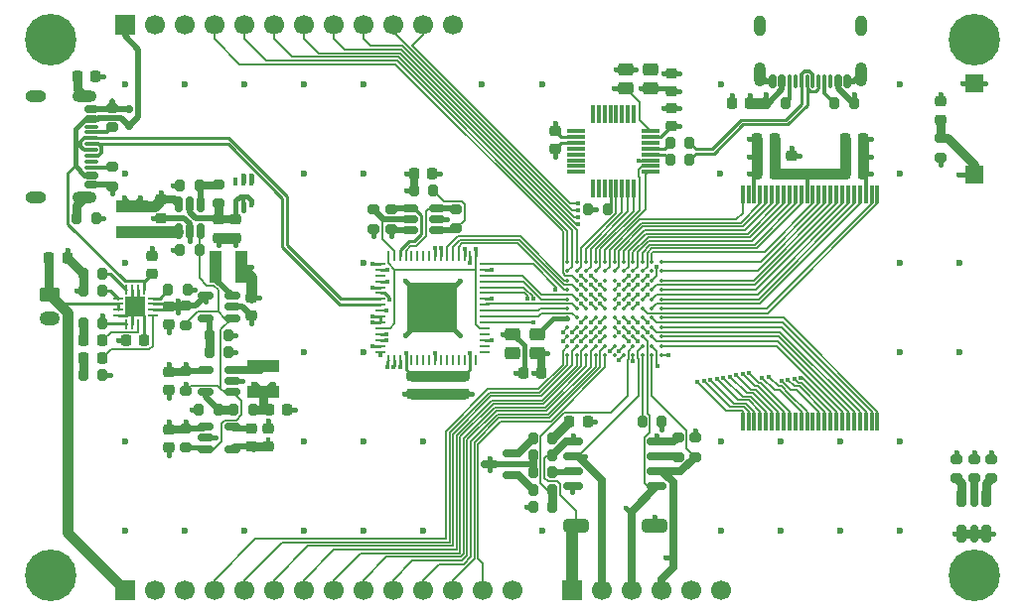
<source format=gbr>
%TF.GenerationSoftware,KiCad,Pcbnew,9.0.3*%
%TF.CreationDate,2025-11-22T17:05:10-05:00*%
%TF.ProjectId,SeedSBC_rev2_0,53656564-5342-4435-9f72-6576325f302e,rev?*%
%TF.SameCoordinates,Original*%
%TF.FileFunction,Copper,L1,Top*%
%TF.FilePolarity,Positive*%
%FSLAX46Y46*%
G04 Gerber Fmt 4.6, Leading zero omitted, Abs format (unit mm)*
G04 Created by KiCad (PCBNEW 9.0.3) date 2025-11-22 17:05:10*
%MOMM*%
%LPD*%
G01*
G04 APERTURE LIST*
G04 Aperture macros list*
%AMRoundRect*
0 Rectangle with rounded corners*
0 $1 Rounding radius*
0 $2 $3 $4 $5 $6 $7 $8 $9 X,Y pos of 4 corners*
0 Add a 4 corners polygon primitive as box body*
4,1,4,$2,$3,$4,$5,$6,$7,$8,$9,$2,$3,0*
0 Add four circle primitives for the rounded corners*
1,1,$1+$1,$2,$3*
1,1,$1+$1,$4,$5*
1,1,$1+$1,$6,$7*
1,1,$1+$1,$8,$9*
0 Add four rect primitives between the rounded corners*
20,1,$1+$1,$2,$3,$4,$5,0*
20,1,$1+$1,$4,$5,$6,$7,0*
20,1,$1+$1,$6,$7,$8,$9,0*
20,1,$1+$1,$8,$9,$2,$3,0*%
G04 Aperture macros list end*
%TA.AperFunction,SMDPad,CuDef*%
%ADD10RoundRect,0.200000X0.275000X-0.200000X0.275000X0.200000X-0.275000X0.200000X-0.275000X-0.200000X0*%
%TD*%
%TA.AperFunction,SMDPad,CuDef*%
%ADD11RoundRect,0.200000X0.200000X0.275000X-0.200000X0.275000X-0.200000X-0.275000X0.200000X-0.275000X0*%
%TD*%
%TA.AperFunction,SMDPad,CuDef*%
%ADD12RoundRect,0.200000X-0.275000X0.200000X-0.275000X-0.200000X0.275000X-0.200000X0.275000X0.200000X0*%
%TD*%
%TA.AperFunction,SMDPad,CuDef*%
%ADD13RoundRect,0.250000X-0.400000X-0.300000X0.400000X-0.300000X0.400000X0.300000X-0.400000X0.300000X0*%
%TD*%
%TA.AperFunction,SMDPad,CuDef*%
%ADD14RoundRect,0.225000X-0.225000X-0.250000X0.225000X-0.250000X0.225000X0.250000X-0.225000X0.250000X0*%
%TD*%
%TA.AperFunction,SMDPad,CuDef*%
%ADD15RoundRect,0.218750X-0.256250X0.218750X-0.256250X-0.218750X0.256250X-0.218750X0.256250X0.218750X0*%
%TD*%
%TA.AperFunction,SMDPad,CuDef*%
%ADD16RoundRect,0.225000X-0.250000X0.225000X-0.250000X-0.225000X0.250000X-0.225000X0.250000X0.225000X0*%
%TD*%
%TA.AperFunction,SMDPad,CuDef*%
%ADD17RoundRect,0.200000X-0.200000X-0.275000X0.200000X-0.275000X0.200000X0.275000X-0.200000X0.275000X0*%
%TD*%
%TA.AperFunction,SMDPad,CuDef*%
%ADD18RoundRect,0.150000X0.512500X0.150000X-0.512500X0.150000X-0.512500X-0.150000X0.512500X-0.150000X0*%
%TD*%
%TA.AperFunction,BGAPad,CuDef*%
%ADD19C,0.350000*%
%TD*%
%TA.AperFunction,SMDPad,CuDef*%
%ADD20RoundRect,0.150000X-0.200000X0.150000X-0.200000X-0.150000X0.200000X-0.150000X0.200000X0.150000X0*%
%TD*%
%TA.AperFunction,SMDPad,CuDef*%
%ADD21RoundRect,0.225000X0.250000X-0.225000X0.250000X0.225000X-0.250000X0.225000X-0.250000X-0.225000X0*%
%TD*%
%TA.AperFunction,SMDPad,CuDef*%
%ADD22RoundRect,0.225000X0.225000X0.250000X-0.225000X0.250000X-0.225000X-0.250000X0.225000X-0.250000X0*%
%TD*%
%TA.AperFunction,SMDPad,CuDef*%
%ADD23RoundRect,0.150000X0.587500X0.150000X-0.587500X0.150000X-0.587500X-0.150000X0.587500X-0.150000X0*%
%TD*%
%TA.AperFunction,ComponentPad*%
%ADD24C,0.700000*%
%TD*%
%TA.AperFunction,ComponentPad*%
%ADD25C,4.400000*%
%TD*%
%TA.AperFunction,SMDPad,CuDef*%
%ADD26RoundRect,0.150000X-0.425000X0.150000X-0.425000X-0.150000X0.425000X-0.150000X0.425000X0.150000X0*%
%TD*%
%TA.AperFunction,SMDPad,CuDef*%
%ADD27RoundRect,0.075000X-0.500000X0.075000X-0.500000X-0.075000X0.500000X-0.075000X0.500000X0.075000X0*%
%TD*%
%TA.AperFunction,HeatsinkPad*%
%ADD28O,2.100000X1.000000*%
%TD*%
%TA.AperFunction,HeatsinkPad*%
%ADD29O,1.800000X1.000000*%
%TD*%
%TA.AperFunction,SMDPad,CuDef*%
%ADD30R,1.000000X2.700000*%
%TD*%
%TA.AperFunction,SMDPad,CuDef*%
%ADD31R,2.700000X1.000000*%
%TD*%
%TA.AperFunction,SMDPad,CuDef*%
%ADD32RoundRect,0.150000X0.150000X0.425000X-0.150000X0.425000X-0.150000X-0.425000X0.150000X-0.425000X0*%
%TD*%
%TA.AperFunction,SMDPad,CuDef*%
%ADD33RoundRect,0.075000X0.075000X0.500000X-0.075000X0.500000X-0.075000X-0.500000X0.075000X-0.500000X0*%
%TD*%
%TA.AperFunction,HeatsinkPad*%
%ADD34O,1.000000X2.100000*%
%TD*%
%TA.AperFunction,HeatsinkPad*%
%ADD35O,1.000000X1.800000*%
%TD*%
%TA.AperFunction,SMDPad,CuDef*%
%ADD36RoundRect,0.218750X0.218750X0.256250X-0.218750X0.256250X-0.218750X-0.256250X0.218750X-0.256250X0*%
%TD*%
%TA.AperFunction,SMDPad,CuDef*%
%ADD37RoundRect,0.250000X0.400000X0.300000X-0.400000X0.300000X-0.400000X-0.300000X0.400000X-0.300000X0*%
%TD*%
%TA.AperFunction,SMDPad,CuDef*%
%ADD38R,1.500000X1.500000*%
%TD*%
%TA.AperFunction,SMDPad,CuDef*%
%ADD39RoundRect,0.075000X0.075000X-0.712500X0.075000X0.712500X-0.075000X0.712500X-0.075000X-0.712500X0*%
%TD*%
%TA.AperFunction,SMDPad,CuDef*%
%ADD40RoundRect,0.150000X-0.512500X-0.150000X0.512500X-0.150000X0.512500X0.150000X-0.512500X0.150000X0*%
%TD*%
%TA.AperFunction,SMDPad,CuDef*%
%ADD41RoundRect,0.035000X-0.745000X-0.105000X0.745000X-0.105000X0.745000X0.105000X-0.745000X0.105000X0*%
%TD*%
%TA.AperFunction,SMDPad,CuDef*%
%ADD42RoundRect,0.035000X-0.105000X-0.745000X0.105000X-0.745000X0.105000X0.745000X-0.105000X0.745000X0*%
%TD*%
%TA.AperFunction,SMDPad,CuDef*%
%ADD43RoundRect,0.150000X0.150000X-0.512500X0.150000X0.512500X-0.150000X0.512500X-0.150000X-0.512500X0*%
%TD*%
%TA.AperFunction,SMDPad,CuDef*%
%ADD44RoundRect,0.162500X-0.650000X-0.162500X0.650000X-0.162500X0.650000X0.162500X-0.650000X0.162500X0*%
%TD*%
%TA.AperFunction,SMDPad,CuDef*%
%ADD45RoundRect,0.100000X-0.100000X0.225000X-0.100000X-0.225000X0.100000X-0.225000X0.100000X0.225000X0*%
%TD*%
%TA.AperFunction,ComponentPad*%
%ADD46R,1.700000X1.700000*%
%TD*%
%TA.AperFunction,ComponentPad*%
%ADD47C,1.700000*%
%TD*%
%TA.AperFunction,SMDPad,CuDef*%
%ADD48RoundRect,0.062500X-0.337500X-0.062500X0.337500X-0.062500X0.337500X0.062500X-0.337500X0.062500X0*%
%TD*%
%TA.AperFunction,SMDPad,CuDef*%
%ADD49RoundRect,0.062500X-0.062500X-0.337500X0.062500X-0.337500X0.062500X0.337500X-0.062500X0.337500X0*%
%TD*%
%TA.AperFunction,HeatsinkPad*%
%ADD50R,4.350000X4.350000*%
%TD*%
%TA.AperFunction,SMDPad,CuDef*%
%ADD51RoundRect,0.250000X0.830000X0.310000X-0.830000X0.310000X-0.830000X-0.310000X0.830000X-0.310000X0*%
%TD*%
%TA.AperFunction,ComponentPad*%
%ADD52RoundRect,0.250000X-0.625000X0.350000X-0.625000X-0.350000X0.625000X-0.350000X0.625000X0.350000X0*%
%TD*%
%TA.AperFunction,ComponentPad*%
%ADD53O,1.750000X1.200000*%
%TD*%
%TA.AperFunction,SMDPad,CuDef*%
%ADD54RoundRect,0.062500X-0.350000X-0.062500X0.350000X-0.062500X0.350000X0.062500X-0.350000X0.062500X0*%
%TD*%
%TA.AperFunction,SMDPad,CuDef*%
%ADD55RoundRect,0.062500X-0.062500X-0.350000X0.062500X-0.350000X0.062500X0.350000X-0.062500X0.350000X0*%
%TD*%
%TA.AperFunction,HeatsinkPad*%
%ADD56C,0.500000*%
%TD*%
%TA.AperFunction,HeatsinkPad*%
%ADD57R,1.680000X1.680000*%
%TD*%
%TA.AperFunction,SMDPad,CuDef*%
%ADD58RoundRect,0.160000X0.240000X-0.565000X0.240000X0.565000X-0.240000X0.565000X-0.240000X-0.565000X0*%
%TD*%
%TA.AperFunction,SMDPad,CuDef*%
%ADD59RoundRect,0.120000X0.180000X-0.605000X0.180000X0.605000X-0.180000X0.605000X-0.180000X-0.605000X0*%
%TD*%
%TA.AperFunction,ViaPad*%
%ADD60C,0.400000*%
%TD*%
%TA.AperFunction,ViaPad*%
%ADD61C,0.600000*%
%TD*%
%TA.AperFunction,Conductor*%
%ADD62C,0.889000*%
%TD*%
%TA.AperFunction,Conductor*%
%ADD63C,0.381000*%
%TD*%
%TA.AperFunction,Conductor*%
%ADD64C,0.254000*%
%TD*%
%TA.AperFunction,Conductor*%
%ADD65C,0.635000*%
%TD*%
%TA.AperFunction,Conductor*%
%ADD66C,0.762000*%
%TD*%
%TA.AperFunction,Conductor*%
%ADD67C,0.508000*%
%TD*%
%TA.AperFunction,Conductor*%
%ADD68C,0.150000*%
%TD*%
%TA.AperFunction,Conductor*%
%ADD69C,0.300000*%
%TD*%
%TA.AperFunction,Conductor*%
%ADD70C,0.200000*%
%TD*%
%TA.AperFunction,Conductor*%
%ADD71C,1.016000*%
%TD*%
G04 APERTURE END LIST*
D10*
%TO.P,R21,1*%
%TO.N,EN*%
X117000000Y-101810000D03*
%TO.P,R21,2*%
%TO.N,V_SYS*%
X117000000Y-100160000D03*
%TD*%
D11*
%TO.P,R14,1*%
%TO.N,Net-(U5-~{RES})*%
X152930000Y-91930000D03*
%TO.P,R14,2*%
%TO.N,P3V3*%
X151280000Y-91930000D03*
%TD*%
D12*
%TO.P,R54,1*%
%TO.N,V_SYS*%
X116974100Y-110635500D03*
%TO.P,R54,2*%
%TO.N,EN*%
X116974100Y-112285500D03*
%TD*%
D13*
%TO.P,Y2,1,EN*%
%TO.N,unconnected-(Y2-EN-Pad1)*%
X144850000Y-104230000D03*
%TO.P,Y2,2,GND*%
%TO.N,GND*%
X146950000Y-104230000D03*
%TO.P,Y2,3,OUT*%
%TO.N,CLK*%
X146950000Y-102580000D03*
%TO.P,Y2,4,Vdd*%
%TO.N,P3V3*%
X144850000Y-102580000D03*
%TD*%
D14*
%TO.P,C41,1*%
%TO.N,/FPGA + SRAM/SRAM/VCC*%
X173160000Y-87410000D03*
%TO.P,C41,2*%
%TO.N,GND*%
X174710000Y-87410000D03*
%TD*%
D11*
%TO.P,R25,1*%
%TO.N,Net-(J7-D+-PadA6)*%
X159930000Y-86260000D03*
%TO.P,R25,2*%
%TO.N,Net-(U5-D+)*%
X158280000Y-86260000D03*
%TD*%
D15*
%TO.P,L6,1,1*%
%TO.N,Net-(U10-SW)*%
X122562500Y-110622500D03*
%TO.P,L6,2,2*%
%TO.N,P2V5*%
X122562500Y-112197500D03*
%TD*%
D16*
%TO.P,C61,1*%
%TO.N,P3V3*%
X148480000Y-85221180D03*
%TO.P,C61,2*%
%TO.N,GND*%
X148480000Y-86771180D03*
%TD*%
D17*
%TO.P,R8,1*%
%TO.N,Net-(U11-FB)*%
X118957500Y-104155000D03*
%TO.P,R8,2*%
%TO.N,P3V3*%
X120607500Y-104155000D03*
%TD*%
%TO.P,R1,1*%
%TO.N,Net-(J6-SHIELD)*%
X107675000Y-92660000D03*
%TO.P,R1,2*%
%TO.N,GND*%
X109325000Y-92660000D03*
%TD*%
D12*
%TO.P,R31,1*%
%TO.N,/FPGA + SRAM/USR_BTN1*%
X181300000Y-85875000D03*
%TO.P,R31,2*%
%TO.N,P3V3*%
X181300000Y-87525000D03*
%TD*%
D14*
%TO.P,C60,1*%
%TO.N,P3V3*%
X136447500Y-88880000D03*
%TO.P,C60,2*%
%TO.N,GND*%
X137997500Y-88880000D03*
%TD*%
D16*
%TO.P,C40,1*%
%TO.N,P3V3*%
X137750000Y-106130000D03*
%TO.P,C40,2*%
%TO.N,GND*%
X137750000Y-107680000D03*
%TD*%
D12*
%TO.P,R50,1*%
%TO.N,Net-(U7-CS)*%
X132990000Y-91945000D03*
%TO.P,R50,2*%
%TO.N,P3V3*%
X132990000Y-93595000D03*
%TD*%
D14*
%TO.P,C45,1*%
%TO.N,V_BAT*%
X105320000Y-96070000D03*
%TO.P,C45,2*%
%TO.N,GND*%
X106870000Y-96070000D03*
%TD*%
D18*
%TO.P,U11,1,EN*%
%TO.N,EN*%
X120937500Y-101210000D03*
%TO.P,U11,2,GND*%
%TO.N,GND*%
X120937500Y-100260000D03*
%TO.P,U11,3,SW*%
%TO.N,Net-(U11-SW)*%
X120937500Y-99310000D03*
%TO.P,U11,4,VIN*%
%TO.N,V_SYS*%
X118662500Y-99310000D03*
%TO.P,U11,5,FB*%
%TO.N,Net-(U11-FB)*%
X118662500Y-101210000D03*
%TD*%
D12*
%TO.P,R38,1*%
%TO.N,Net-(U4-V_{FB})*%
X119740000Y-89805000D03*
%TO.P,R38,2*%
%TO.N,P5V*%
X119740000Y-91455000D03*
%TD*%
D19*
%TO.P,U2,A1,IOT_225*%
%TO.N,/FPGA + SRAM/IO_T7*%
X149500000Y-96400000D03*
%TO.P,U2,A2,IOT_222*%
%TO.N,/FPGA + SRAM/IO_T5*%
X150300000Y-96400000D03*
%TO.P,U2,A3,IOT_223*%
%TO.N,/FPGA + SRAM/USB_H_SS_B*%
X151100000Y-96400000D03*
%TO.P,U2,A4,IOT_211*%
%TO.N,/FPGA + SRAM/USB_H_MOSI*%
X151900000Y-96400000D03*
%TO.P,U2,A5,IOT_207*%
%TO.N,/FPGA + SRAM/USB_H_INT2*%
X152700000Y-96400000D03*
%TO.P,U2,A6,IOT_206*%
%TO.N,/FPGA + SRAM/FPGA/DQ15*%
X153500000Y-96400000D03*
%TO.P,U2,A7,IOT_192*%
%TO.N,/FPGA + SRAM/FPGA/DQ14*%
X154300000Y-96400000D03*
%TO.P,U2,A8,IOT_190*%
%TO.N,/FPGA + SRAM/FPGA/DQ13*%
X155100000Y-96400000D03*
%TO.P,U2,A9,IOT_178*%
%TO.N,/FPGA + SRAM/FPGA/DQ12*%
X155900000Y-96400000D03*
%TO.P,U2,A10,IOT_170*%
%TO.N,/FPGA + SRAM/FPGA/DQ11*%
X156700000Y-96400000D03*
%TO.P,U2,A11,IOT_168*%
%TO.N,/FPGA + SRAM/FPGA/DQ3*%
X157500000Y-96400000D03*
%TO.P,U2,B1,IOL_2A*%
%TO.N,/FPGA + SRAM/IO_T6*%
X149500000Y-97200000D03*
%TO.P,U2,B2,IOL_2B*%
%TO.N,/FPGA + SRAM/USB_H_SCK*%
X150300000Y-97200000D03*
%TO.P,U2,B3,IOT_221*%
%TO.N,/FPGA + SRAM/USB_H_MISO*%
X151100000Y-97200000D03*
%TO.P,U2,B4,IOT_219*%
%TO.N,/FPGA + SRAM/USB_H_INT1*%
X151900000Y-97200000D03*
%TO.P,U2,B5,IOT_208*%
%TO.N,/FPGA + SRAM/FPGA/A16*%
X152700000Y-97200000D03*
%TO.P,U2,B6,IOT_198_GBIN0*%
%TO.N,/FPGA + SRAM/FPGA/DQ7*%
X153500000Y-97200000D03*
%TO.P,U2,B7,IOT_197_GBIN1*%
%TO.N,/FPGA + SRAM/FPGA/DQ6*%
X154300000Y-97200000D03*
%TO.P,U2,B8,IOT_177*%
%TO.N,/FPGA + SRAM/FPGA/DQ5*%
X155100000Y-97200000D03*
%TO.P,U2,B9,IOT_174*%
%TO.N,/FPGA + SRAM/FPGA/DQ4*%
X155900000Y-97200000D03*
%TO.P,U2,B10,VPP_FAST*%
%TO.N,/FPGA + SRAM/FPGA/F*%
X156700000Y-97200000D03*
%TO.P,U2,B11,IOR_161*%
%TO.N,/FPGA + SRAM/FPGA/DQ10*%
X157500000Y-97200000D03*
%TO.P,U2,C1,IOL_5B*%
%TO.N,/FPGA + SRAM/FIFO_WR_B*%
X149500000Y-98000000D03*
%TO.P,U2,C2,IOL_5A*%
%TO.N,/FPGA + SRAM/IO_T8*%
X150300000Y-98000000D03*
%TO.P,U2,C3,IOL_4B*%
%TO.N,/FPGA + SRAM/IO_T4*%
X151100000Y-98000000D03*
%TO.P,U2,C4,IOL_4A*%
%TO.N,/FPGA + SRAM/IO_T2*%
X151900000Y-98000000D03*
%TO.P,U2,C5,GNDPLL1*%
%TO.N,unconnected-(U2E-GNDPLL1-PadC5)*%
X152700000Y-98000000D03*
%TO.P,U2,C6,VCCPLL1*%
%TO.N,unconnected-(U2E-VCCPLL1-PadC6)*%
X153500000Y-98000000D03*
%TO.P,U2,C7,IOT_191*%
%TO.N,/FPGA + SRAM/USR_BTN1*%
X154300000Y-98000000D03*
%TO.P,U2,C8,IOT_179*%
%TO.N,/FPGA + SRAM/FPGA/A18*%
X155100000Y-98000000D03*
%TO.P,U2,C9,IOT_172*%
%TO.N,/FPGA + SRAM/FPGA/A17*%
X155900000Y-98000000D03*
%TO.P,U2,C10,VPP_2V5*%
%TO.N,P2V5*%
X156700000Y-98000000D03*
%TO.P,U2,C11,IOR_160*%
%TO.N,/FPGA + SRAM/FPGA/DQ2*%
X157500000Y-98000000D03*
%TO.P,U2,D1,IOL_8B*%
%TO.N,/FPGA + SRAM/FIFO_TXE_B*%
X149500000Y-98800000D03*
%TO.P,U2,D2,IOL_9A*%
%TO.N,/FPGA + SRAM/FIFO_RD_B*%
X150300000Y-98800000D03*
%TO.P,U2,D3,IOL_9B*%
%TO.N,/FPGA + SRAM/IO_T3*%
X151100000Y-98800000D03*
%TO.P,U2,D4,VCC*%
%TO.N,P1V2*%
X151900000Y-98800000D03*
%TO.P,U2,D5,IOT_212*%
%TO.N,/FPGA + SRAM/IO_T1*%
X152700000Y-98800000D03*
%TO.P,U2,D6,VCCIO_0*%
%TO.N,P3V3*%
X153500000Y-98800000D03*
%TO.P,U2,D7,IOT_181*%
%TO.N,/FPGA + SRAM/FPGA/SRAM_UB_B*%
X154300000Y-98800000D03*
%TO.P,U2,D8,VCC*%
%TO.N,P1V2*%
X155100000Y-98800000D03*
%TO.P,U2,D9,IOR_147*%
%TO.N,/FPGA + SRAM/FPGA/SRAM_LB_B*%
X155900000Y-98800000D03*
%TO.P,U2,D10,IOR_154*%
%TO.N,/FPGA + SRAM/FPGA/DQ9*%
X156700000Y-98800000D03*
%TO.P,U2,D11,IOR_152*%
%TO.N,/FPGA + SRAM/FPGA/DQ1*%
X157500000Y-98800000D03*
%TO.P,U2,E1,IOL_8A*%
%TO.N,/FPGA + SRAM/FIFO6*%
X149500000Y-99600000D03*
%TO.P,U2,E2,IOL_10A*%
%TO.N,/FPGA + SRAM/FIFO7*%
X150300000Y-99600000D03*
%TO.P,U2,E3,IOL_10B*%
%TO.N,/FPGA + SRAM/FIFO_RXF_B*%
X151100000Y-99600000D03*
%TO.P,U2,E4,VCCIO_3*%
%TO.N,P3V3*%
X151900000Y-99600000D03*
%TO.P,U2,E5,GND*%
%TO.N,GND*%
X152700000Y-99600000D03*
%TO.P,U2,E6,GND*%
X153500000Y-99600000D03*
%TO.P,U2,E7,GND*%
X154300000Y-99600000D03*
%TO.P,U2,E8,IOR_146*%
%TO.N,/FPGA + SRAM/FPGA/SRAM_WE_B*%
X155100000Y-99600000D03*
%TO.P,U2,E9,IOR_144*%
%TO.N,/FPGA + SRAM/FPGA/SRAM_CE2*%
X155900000Y-99600000D03*
%TO.P,U2,E10,IOR_141_GBIN2*%
%TO.N,/FPGA + SRAM/FPGA/DQ8*%
X156700000Y-99600000D03*
%TO.P,U2,E11,IOR_148*%
%TO.N,/FPGA + SRAM/FPGA/DQ0*%
X157500000Y-99600000D03*
%TO.P,U2,F1,IOL_12A*%
%TO.N,/FPGA + SRAM/FIFO2*%
X149500000Y-100400000D03*
%TO.P,U2,F2,IOL_12B*%
%TO.N,/FPGA + SRAM/FIFO3*%
X150300000Y-100400000D03*
%TO.P,U2,F3,IOL_13B_GBIN7*%
%TO.N,/FPGA + SRAM/FIFO4*%
X151100000Y-100400000D03*
%TO.P,U2,F4,IOL_13A*%
%TO.N,/FPGA + SRAM/FIFO5*%
X151900000Y-100400000D03*
%TO.P,U2,F5,GND*%
%TO.N,GND*%
X152700000Y-100400000D03*
%TO.P,U2,F6,GND*%
X153500000Y-100400000D03*
%TO.P,U2,F7,GND*%
X154300000Y-100400000D03*
%TO.P,U2,F8,VCCIO_1*%
%TO.N,P3V3*%
X155100000Y-100400000D03*
%TO.P,U2,F9,IOR_137*%
%TO.N,/FPGA + SRAM/FPGA/A0*%
X155900000Y-100400000D03*
%TO.P,U2,F10,IOR_136*%
%TO.N,/FPGA + SRAM/FPGA/SRAM_OE_B*%
X156700000Y-100400000D03*
%TO.P,U2,F11,IOR_140_GBIN3*%
%TO.N,/FPGA + SRAM/FPGA/SRAM_CE_B*%
X157500000Y-100400000D03*
%TO.P,U2,G1,IOL_14A_GBIN6*%
%TO.N,CLK*%
X149500000Y-101200000D03*
%TO.P,U2,G2,IOL_14B*%
%TO.N,/FPGA + SRAM/FIFO1*%
X150300000Y-101200000D03*
%TO.P,U2,G3,IOL_17A*%
%TO.N,/FPGA + SRAM/FIFO0*%
X151100000Y-101200000D03*
%TO.P,U2,G4,VCCIO_3*%
%TO.N,P3V3*%
X151900000Y-101200000D03*
%TO.P,U2,G5,GND*%
%TO.N,GND*%
X152700000Y-101200000D03*
%TO.P,U2,G6,GND*%
X153500000Y-101200000D03*
%TO.P,U2,G7,GND*%
X154300000Y-101200000D03*
%TO.P,U2,G8,IOR_118*%
%TO.N,/FPGA + SRAM/FPGA/A8*%
X155100000Y-101200000D03*
%TO.P,U2,G9,IOR_128*%
%TO.N,/FPGA + SRAM/FPGA/A19*%
X155900000Y-101200000D03*
%TO.P,U2,G10,IOR_120*%
%TO.N,/FPGA + SRAM/FPGA/A2*%
X156700000Y-101200000D03*
%TO.P,U2,G11,IOR_129*%
%TO.N,/FPGA + SRAM/FPGA/A1*%
X157500000Y-101200000D03*
%TO.P,U2,H1,IOL_18A*%
%TO.N,/FPGA + SRAM/SD_DAT1*%
X149500000Y-102000000D03*
%TO.P,U2,H2,IOL_18B*%
%TO.N,/FPGA + SRAM/SD_CLK*%
X150300000Y-102000000D03*
%TO.P,U2,H3,IOL_17B*%
%TO.N,/FPGA + SRAM/SD_DAT3*%
X151100000Y-102000000D03*
%TO.P,U2,H4,VCC*%
%TO.N,P1V2*%
X151900000Y-102000000D03*
%TO.P,U2,H5,GND*%
%TO.N,GND*%
X152700000Y-102000000D03*
%TO.P,U2,H6,VCCIO_2*%
%TO.N,P3V3*%
X153500000Y-102000000D03*
%TO.P,U2,H7,IOB_87*%
%TO.N,/FPGA + SRAM/FPGA/A10*%
X154300000Y-102000000D03*
%TO.P,U2,H8,VCC*%
%TO.N,P1V2*%
X155100000Y-102000000D03*
%TO.P,U2,H9,IOB_104_CBSEL1*%
%TO.N,/FPGA + SRAM/FPGA/A9*%
X155900000Y-102000000D03*
%TO.P,U2,H10,IOR_116*%
%TO.N,/FPGA + SRAM/FPGA/A4*%
X156700000Y-102000000D03*
%TO.P,U2,H11,IOR_119*%
%TO.N,/FPGA + SRAM/FPGA/A3*%
X157500000Y-102000000D03*
%TO.P,U2,J1,IOL_23A*%
%TO.N,/FPGA + SRAM/SD_DAT0*%
X149500000Y-102800000D03*
%TO.P,U2,J2,IOL_25B*%
%TO.N,/SD MMC/SD_CMD*%
X150300000Y-102800000D03*
%TO.P,U2,J3,IOB_57*%
%TO.N,/FPGA + SRAM/SD_DAT2*%
X151100000Y-102800000D03*
%TO.P,U2,J4,IOB_64*%
%TO.N,/FPGA + SRAM/LED_B*%
X151900000Y-102800000D03*
%TO.P,U2,J5,IOB_78*%
%TO.N,/FPGA + SRAM/LED_R*%
X152700000Y-102800000D03*
%TO.P,U2,J6,VCCPLL0*%
%TO.N,unconnected-(U2E-VCCPLL0-PadJ6)*%
X153500000Y-102800000D03*
%TO.P,U2,J7,IOB_86*%
%TO.N,/FPGA + SRAM/FPGA/A12*%
X154300000Y-102800000D03*
%TO.P,U2,J8,IOB_91*%
%TO.N,/FPGA + SRAM/FPGA/A11*%
X155100000Y-102800000D03*
%TO.P,U2,J9,IOB_106_SDI*%
%TO.N,/FPGA + SRAM/FPGA/SPI_CNFG_DI*%
X155900000Y-102800000D03*
%TO.P,U2,J10,IOR_117*%
%TO.N,/FPGA + SRAM/FPGA/A6*%
X156700000Y-102800000D03*
%TO.P,U2,J11,IOR_114*%
%TO.N,/FPGA + SRAM/FPGA/A5*%
X157500000Y-102800000D03*
%TO.P,U2,K1,IOL_23B*%
%TO.N,/FPGA + SRAM/IO_B10*%
X149500000Y-103600000D03*
%TO.P,U2,K2,IOL_25A*%
%TO.N,/FPGA + SRAM/IO_B8*%
X150300000Y-103600000D03*
%TO.P,U2,K3,IOB_63*%
%TO.N,/FPGA + SRAM/IO_B6*%
X151100000Y-103600000D03*
%TO.P,U2,K4,IOB_73*%
%TO.N,/FPGA + SRAM/IO_B4*%
X151900000Y-103600000D03*
%TO.P,U2,K5,IOB_79*%
%TO.N,/FPGA + SRAM/IO_B2*%
X152700000Y-103600000D03*
%TO.P,U2,K6,IOB_82_GBIN4*%
%TO.N,/FPGA + SRAM/FPGA/A14*%
X153500000Y-103600000D03*
%TO.P,U2,K7,IOB_89*%
%TO.N,/FPGA + SRAM/FPGA/A13*%
X154300000Y-103600000D03*
%TO.P,U2,K8,CDONE*%
%TO.N,/FPGA + SRAM/CDONE*%
X155100000Y-103600000D03*
%TO.P,U2,K9,IOB_105_SDO*%
%TO.N,/FPGA + SRAM/FPGA/SPI_CNFG_DO*%
X155900000Y-103600000D03*
%TO.P,U2,K10,IOB_108_SS*%
%TO.N,/FPGA + SRAM/FPGA/SPI_CNFG_CS*%
X156700000Y-103600000D03*
%TO.P,U2,K11,IOR_115*%
%TO.N,/FPGA + SRAM/FPGA/A7*%
X157500000Y-103600000D03*
%TO.P,U2,L1,IOB_56*%
%TO.N,/FPGA + SRAM/IO_B9*%
X149500000Y-104400000D03*
%TO.P,U2,L2,IOB_61*%
%TO.N,/FPGA + SRAM/IO_B7*%
X150300000Y-104400000D03*
%TO.P,U2,L3,IOB_71*%
%TO.N,/FPGA + SRAM/IO_B5*%
X151100000Y-104400000D03*
%TO.P,U2,L4,IOB_72*%
%TO.N,/FPGA + SRAM/IO_B3*%
X151900000Y-104400000D03*
%TO.P,U2,L5,IOB_81_GBIN5*%
%TO.N,/FPGA + SRAM/IO_B1*%
X152700000Y-104400000D03*
%TO.P,U2,L6,GNDPLL0*%
%TO.N,unconnected-(U2E-GNDPLL0-PadL6)*%
X153500000Y-104400000D03*
%TO.P,U2,L7,IOB_94*%
%TO.N,/FPGA + SRAM/LED_G*%
X154300000Y-104400000D03*
%TO.P,U2,L8,IOB_103_CBSEL0*%
%TO.N,/FPGA + SRAM/FPGA/A15*%
X155100000Y-104400000D03*
%TO.P,U2,L9,~{CRESET}*%
%TO.N,/FPGA + SRAM/FPGA/CRESET_B*%
X155900000Y-104400000D03*
%TO.P,U2,L10,IOB_107_SCK*%
%TO.N,/FPGA + SRAM/FPGA/SPI_CNFG_SCK*%
X156700000Y-104400000D03*
%TO.P,U2,L11,VCC_SPI*%
%TO.N,P3V3*%
X157500000Y-104400000D03*
%TD*%
D20*
%TO.P,D1,1,K*%
%TO.N,USB_VBUS*%
X112140000Y-84810000D03*
%TO.P,D1,2,A*%
%TO.N,GND*%
X112140000Y-83410000D03*
%TD*%
D10*
%TO.P,R29,1*%
%TO.N,EN*%
X117000000Y-107405000D03*
%TO.P,R29,2*%
%TO.N,V_SYS*%
X117000000Y-105755000D03*
%TD*%
D12*
%TO.P,R32,1*%
%TO.N,/FPGA + SRAM/LED_B*%
X182690000Y-113255000D03*
%TO.P,R32,2*%
%TO.N,Net-(D3-BK)*%
X182690000Y-114905000D03*
%TD*%
D14*
%TO.P,C56,1*%
%TO.N,/FPGA + SRAM/SRAM/VCC*%
X173160000Y-88870000D03*
%TO.P,C56,2*%
%TO.N,GND*%
X174710000Y-88870000D03*
%TD*%
D17*
%TO.P,R4,1*%
%TO.N,Net-(U9-ILIM)*%
X115450000Y-98780000D03*
%TO.P,R4,2*%
%TO.N,GND*%
X117100000Y-98780000D03*
%TD*%
D21*
%TO.P,C64,1*%
%TO.N,USB_VBUS*%
X114070000Y-97430000D03*
%TO.P,C64,2*%
%TO.N,GND*%
X114070000Y-95880000D03*
%TD*%
D16*
%TO.P,C8,1*%
%TO.N,V_SYS*%
X115514100Y-110685500D03*
%TO.P,C8,2*%
%TO.N,GND*%
X115514100Y-112235500D03*
%TD*%
D22*
%TO.P,C67,1*%
%TO.N,USB_VBUS2*%
X165080000Y-82840000D03*
%TO.P,C67,2*%
%TO.N,GND*%
X163530000Y-82840000D03*
%TD*%
D12*
%TO.P,R34,1*%
%TO.N,/FPGA + SRAM/LED_R*%
X184150000Y-113250000D03*
%TO.P,R34,2*%
%TO.N,Net-(D3-RK)*%
X184150000Y-114900000D03*
%TD*%
D21*
%TO.P,C10,1*%
%TO.N,P2V5*%
X124024100Y-112195500D03*
%TO.P,C10,2*%
%TO.N,GND*%
X124024100Y-110645500D03*
%TD*%
D17*
%TO.P,R13,1*%
%TO.N,GND*%
X118070000Y-109010000D03*
%TO.P,R13,2*%
%TO.N,Net-(U1-FB)*%
X119720000Y-109010000D03*
%TD*%
D18*
%TO.P,U7,1,DO*%
%TO.N,Net-(U7-DO)*%
X138365000Y-93720000D03*
%TO.P,U7,2,GND*%
%TO.N,GND*%
X138365000Y-92770000D03*
%TO.P,U7,3,DI*%
%TO.N,Net-(U7-DI)*%
X138365000Y-91820000D03*
%TO.P,U7,4,CLK*%
%TO.N,Net-(U7-CLK)*%
X136090000Y-91820000D03*
%TO.P,U7,5,CS*%
%TO.N,Net-(U7-CS)*%
X136090000Y-92770000D03*
%TO.P,U7,6,VCC*%
%TO.N,P3V3*%
X136090000Y-93720000D03*
%TD*%
D11*
%TO.P,R36,1*%
%TO.N,/FPGA + SRAM/FPGA/SPI_CNFG_CS*%
X148225000Y-112930000D03*
%TO.P,R36,2*%
%TO.N,P3V3*%
X146575000Y-112930000D03*
%TD*%
%TO.P,R42,1*%
%TO.N,Net-(D4-A)*%
X148225000Y-111470000D03*
%TO.P,R42,2*%
%TO.N,Net-(Q2-S)*%
X146575000Y-111470000D03*
%TD*%
D12*
%TO.P,R49,1*%
%TO.N,Net-(U7-CLK)*%
X134450000Y-91945000D03*
%TO.P,R49,2*%
%TO.N,P3V3*%
X134450000Y-93595000D03*
%TD*%
D22*
%TO.P,C33,1*%
%TO.N,/FPGA + SRAM/SRAM/VCC*%
X167185000Y-87410000D03*
%TO.P,C33,2*%
%TO.N,GND*%
X165635000Y-87410000D03*
%TD*%
D23*
%TO.P,Q2,1,G*%
%TO.N,Net-(Q2-G)*%
X144755000Y-114630000D03*
%TO.P,Q2,2,S*%
%TO.N,Net-(Q2-S)*%
X144755000Y-112730000D03*
%TO.P,Q2,3,D*%
%TO.N,P3V3*%
X142880000Y-113680000D03*
%TD*%
D24*
%TO.P,H1,1,1*%
%TO.N,GND*%
X103760000Y-77470000D03*
X104243274Y-76303274D03*
X104243274Y-78636726D03*
X105410000Y-75820000D03*
D25*
X105410000Y-77470000D03*
D24*
X105410000Y-79120000D03*
X106576726Y-76303274D03*
X106576726Y-78636726D03*
X107060000Y-77470000D03*
%TD*%
D26*
%TO.P,J6,A1,GND*%
%TO.N,GND*%
X108895000Y-83416000D03*
%TO.P,J6,A4,VBUS*%
%TO.N,USB_VBUS*%
X108895000Y-84216000D03*
D27*
%TO.P,J6,A5,CC1*%
%TO.N,Net-(J6-CC1)*%
X108895000Y-85366000D03*
%TO.P,J6,A6,D+*%
%TO.N,/USB/D1+*%
X108895000Y-86366000D03*
%TO.P,J6,A7,D-*%
%TO.N,/USB/D1-*%
X108895000Y-86866000D03*
%TO.P,J6,A8,SBU1*%
%TO.N,unconnected-(J6-SBU1-PadA8)*%
X108895000Y-87866000D03*
D26*
%TO.P,J6,A9,VBUS*%
%TO.N,USB_VBUS*%
X108895000Y-89016000D03*
%TO.P,J6,A12,GND*%
%TO.N,GND*%
X108895000Y-89816000D03*
%TO.P,J6,B1,GND*%
X108895000Y-89816000D03*
%TO.P,J6,B4,VBUS*%
%TO.N,USB_VBUS*%
X108895000Y-89016000D03*
D27*
%TO.P,J6,B5,CC2*%
%TO.N,Net-(J6-CC2)*%
X108895000Y-88366000D03*
%TO.P,J6,B6,D+*%
%TO.N,/USB/D1+*%
X108895000Y-87366000D03*
%TO.P,J6,B7,D-*%
%TO.N,/USB/D1-*%
X108895000Y-85866000D03*
%TO.P,J6,B8,SBU2*%
%TO.N,unconnected-(J6-SBU2-PadB8)*%
X108895000Y-84866000D03*
D26*
%TO.P,J6,B9,VBUS*%
%TO.N,USB_VBUS*%
X108895000Y-84216000D03*
%TO.P,J6,B12,GND*%
%TO.N,GND*%
X108895000Y-83416000D03*
D28*
%TO.P,J6,S1,SHIELD*%
%TO.N,Net-(J6-SHIELD)*%
X108320000Y-82296000D03*
D29*
X104140000Y-82296000D03*
D28*
X108320000Y-90936000D03*
D29*
X104140000Y-90936000D03*
%TD*%
D30*
%TO.P,L1,1,1*%
%TO.N,Net-(U11-SW)*%
X119530000Y-96815000D03*
%TO.P,L1,2,2*%
%TO.N,P3V3*%
X121730000Y-96815000D03*
%TD*%
D14*
%TO.P,C9,1*%
%TO.N,P1V2*%
X124035000Y-109010000D03*
%TO.P,C9,2*%
%TO.N,GND*%
X125585000Y-109010000D03*
%TD*%
%TO.P,C4,1*%
%TO.N,V_SYS*%
X111890000Y-103120000D03*
%TO.P,C4,2*%
%TO.N,GND*%
X113440000Y-103120000D03*
%TD*%
D31*
%TO.P,L2,1,1*%
%TO.N,Net-(U1-SW)*%
X123572000Y-105338000D03*
%TO.P,L2,2,2*%
%TO.N,P1V2*%
X123572000Y-107538000D03*
%TD*%
D16*
%TO.P,C42,1*%
%TO.N,P3V3*%
X139210000Y-106130000D03*
%TO.P,C42,2*%
%TO.N,GND*%
X139210000Y-107680000D03*
%TD*%
D14*
%TO.P,C15,1*%
%TO.N,/FPGA + SRAM/SRAM/VCC*%
X173160000Y-85950000D03*
%TO.P,C15,2*%
%TO.N,GND*%
X174710000Y-85950000D03*
%TD*%
D11*
%TO.P,R26,1*%
%TO.N,Net-(J7-CC2)*%
X168090000Y-82830000D03*
%TO.P,R26,2*%
%TO.N,USB_VBUS2*%
X166440000Y-82830000D03*
%TD*%
D24*
%TO.P,H2,1,1*%
%TO.N,GND*%
X182500000Y-77470000D03*
X182983274Y-76303274D03*
X182983274Y-78636726D03*
X184150000Y-75820000D03*
D25*
X184150000Y-77470000D03*
D24*
X184150000Y-79120000D03*
X185316726Y-76303274D03*
X185316726Y-78636726D03*
X185800000Y-77470000D03*
%TD*%
D11*
%TO.P,R40,1*%
%TO.N,/FPGA + SRAM/CDONE*%
X148230000Y-117310000D03*
%TO.P,R40,2*%
%TO.N,P3V3*%
X146580000Y-117310000D03*
%TD*%
D32*
%TO.P,J7,A1,GND*%
%TO.N,GND*%
X173380000Y-81020000D03*
%TO.P,J7,A4,VBUS*%
%TO.N,USB_VBUS2*%
X172580000Y-81020000D03*
D33*
%TO.P,J7,A5,CC1*%
%TO.N,Net-(J7-CC1)*%
X171430000Y-81020000D03*
%TO.P,J7,A6,D+*%
%TO.N,Net-(J7-D+-PadA6)*%
X170430000Y-81020000D03*
%TO.P,J7,A7,D-*%
%TO.N,Net-(J7-D--PadA7)*%
X169930000Y-81020000D03*
%TO.P,J7,A8,SBU1*%
%TO.N,unconnected-(J7-SBU1-PadA8)*%
X168930000Y-81020000D03*
D32*
%TO.P,J7,A9,VBUS*%
%TO.N,USB_VBUS2*%
X167780000Y-81020000D03*
%TO.P,J7,A12,GND*%
%TO.N,GND*%
X166980000Y-81020000D03*
%TO.P,J7,B1,GND*%
X166980000Y-81020000D03*
%TO.P,J7,B4,VBUS*%
%TO.N,USB_VBUS2*%
X167780000Y-81020000D03*
D33*
%TO.P,J7,B5,CC2*%
%TO.N,Net-(J7-CC2)*%
X168430000Y-81020000D03*
%TO.P,J7,B6,D+*%
%TO.N,Net-(J7-D+-PadA6)*%
X169430000Y-81020000D03*
%TO.P,J7,B7,D-*%
%TO.N,Net-(J7-D--PadA7)*%
X170930000Y-81020000D03*
%TO.P,J7,B8,SBU2*%
%TO.N,unconnected-(J7-SBU2-PadB8)*%
X171930000Y-81020000D03*
D32*
%TO.P,J7,B9,VBUS*%
%TO.N,USB_VBUS2*%
X172580000Y-81020000D03*
%TO.P,J7,B12,GND*%
%TO.N,GND*%
X173380000Y-81020000D03*
D34*
%TO.P,J7,S1,SHIELD*%
X174500000Y-80445000D03*
D35*
X174500000Y-76265000D03*
D34*
X165860000Y-80445000D03*
D35*
X165860000Y-76265000D03*
%TD*%
D12*
%TO.P,R33,1*%
%TO.N,/FPGA + SRAM/LED_G*%
X185620000Y-113260000D03*
%TO.P,R33,2*%
%TO.N,Net-(D3-GK)*%
X185620000Y-114910000D03*
%TD*%
D16*
%TO.P,C16,1*%
%TO.N,V_SYS*%
X114880000Y-91105000D03*
%TO.P,C16,2*%
%TO.N,GND*%
X114880000Y-92655000D03*
%TD*%
D17*
%TO.P,R12,1*%
%TO.N,Net-(U1-FB)*%
X121030000Y-109010000D03*
%TO.P,R12,2*%
%TO.N,P1V2*%
X122680000Y-109010000D03*
%TD*%
D36*
%TO.P,D6,1,K*%
%TO.N,Net-(D6-K)*%
X109857500Y-104590000D03*
%TO.P,D6,2,A*%
%TO.N,Net-(D6-A)*%
X108282500Y-104590000D03*
%TD*%
D37*
%TO.P,Y3,1,EN*%
%TO.N,unconnected-(Y3-EN-Pad1)*%
X156580000Y-79980000D03*
%TO.P,Y3,2,GND*%
%TO.N,GND*%
X154480000Y-79980000D03*
%TO.P,Y3,3,OUT*%
%TO.N,/USB/OSC_12MHz*%
X154480000Y-81630000D03*
%TO.P,Y3,4,Vdd*%
%TO.N,P3V3*%
X156580000Y-81630000D03*
%TD*%
D24*
%TO.P,H3,1,1*%
%TO.N,GND*%
X182500000Y-123190000D03*
X182983274Y-122023274D03*
X182983274Y-124356726D03*
X184150000Y-121540000D03*
D25*
X184150000Y-123190000D03*
D24*
X184150000Y-124840000D03*
X185316726Y-122023274D03*
X185316726Y-124356726D03*
X185800000Y-123190000D03*
%TD*%
D18*
%TO.P,U1,1,EN*%
%TO.N,EN*%
X120910000Y-107530000D03*
%TO.P,U1,2,GND*%
%TO.N,GND*%
X120910000Y-106580000D03*
%TO.P,U1,3,SW*%
%TO.N,Net-(U1-SW)*%
X120910000Y-105630000D03*
%TO.P,U1,4,VIN*%
%TO.N,V_SYS*%
X118635000Y-105630000D03*
%TO.P,U1,5,FB*%
%TO.N,Net-(U1-FB)*%
X118635000Y-107530000D03*
%TD*%
D38*
%TO.P,SW1,1,1*%
%TO.N,GND*%
X184150000Y-81190000D03*
%TO.P,SW1,2,2*%
%TO.N,/FPGA + SRAM/USR_BTN1*%
X184150000Y-88990000D03*
%TD*%
D11*
%TO.P,R48,1*%
%TO.N,Net-(U7-DO)*%
X138047500Y-90340000D03*
%TO.P,R48,2*%
%TO.N,P3V3*%
X136397500Y-90340000D03*
%TD*%
D16*
%TO.P,C7,1*%
%TO.N,V_SYS*%
X115540000Y-105800000D03*
%TO.P,C7,2*%
%TO.N,GND*%
X115540000Y-107350000D03*
%TD*%
D11*
%TO.P,R5,1*%
%TO.N,Net-(U9-ISET)*%
X109888000Y-97400000D03*
%TO.P,R5,2*%
%TO.N,GND*%
X108238000Y-97400000D03*
%TD*%
D16*
%TO.P,C6,1*%
%TO.N,P3V3*%
X122577500Y-99475000D03*
%TO.P,C6,2*%
%TO.N,GND*%
X122577500Y-101025000D03*
%TD*%
D39*
%TO.P,U6,1,A15*%
%TO.N,/FPGA + SRAM/FPGA/A15*%
X164430000Y-110017500D03*
%TO.P,U6,2,A14*%
%TO.N,/FPGA + SRAM/FPGA/A14*%
X164930000Y-110017500D03*
%TO.P,U6,3,A13*%
%TO.N,/FPGA + SRAM/FPGA/A13*%
X165430000Y-110017500D03*
%TO.P,U6,4,A12*%
%TO.N,/FPGA + SRAM/FPGA/A12*%
X165930000Y-110017500D03*
%TO.P,U6,5,A11*%
%TO.N,/FPGA + SRAM/FPGA/A11*%
X166430000Y-110017500D03*
%TO.P,U6,6,A10*%
%TO.N,/FPGA + SRAM/FPGA/A10*%
X166930000Y-110017500D03*
%TO.P,U6,7,A9*%
%TO.N,/FPGA + SRAM/FPGA/A9*%
X167430000Y-110017500D03*
%TO.P,U6,8,A8*%
%TO.N,/FPGA + SRAM/FPGA/A8*%
X167930000Y-110017500D03*
%TO.P,U6,9,A19*%
%TO.N,/FPGA + SRAM/FPGA/A19*%
X168430000Y-110017500D03*
%TO.P,U6,10,NC*%
%TO.N,unconnected-(U6-NC-Pad10)*%
X168930000Y-110017500D03*
%TO.P,U6,11,WE#*%
%TO.N,/FPGA + SRAM/FPGA/SRAM_WE_B*%
X169430000Y-110017500D03*
%TO.P,U6,12,CE2*%
%TO.N,/FPGA + SRAM/FPGA/SRAM_CE2*%
X169930000Y-110017500D03*
%TO.P,U6,13,NC*%
%TO.N,unconnected-(U6-NC-Pad13)*%
X170430000Y-110017500D03*
%TO.P,U6,14,UB#*%
%TO.N,/FPGA + SRAM/FPGA/SRAM_UB_B*%
X170930000Y-110017500D03*
%TO.P,U6,15,LB#*%
%TO.N,/FPGA + SRAM/FPGA/SRAM_LB_B*%
X171430000Y-110017500D03*
%TO.P,U6,16,A18*%
%TO.N,/FPGA + SRAM/FPGA/A18*%
X171930000Y-110017500D03*
%TO.P,U6,17,A17*%
%TO.N,/FPGA + SRAM/FPGA/A17*%
X172430000Y-110017500D03*
%TO.P,U6,18,A7*%
%TO.N,/FPGA + SRAM/FPGA/A7*%
X172930000Y-110017500D03*
%TO.P,U6,19,A6*%
%TO.N,/FPGA + SRAM/FPGA/A6*%
X173430000Y-110017500D03*
%TO.P,U6,20,A5*%
%TO.N,/FPGA + SRAM/FPGA/A5*%
X173930000Y-110017500D03*
%TO.P,U6,21,A4*%
%TO.N,/FPGA + SRAM/FPGA/A4*%
X174430000Y-110017500D03*
%TO.P,U6,22,A3*%
%TO.N,/FPGA + SRAM/FPGA/A3*%
X174930000Y-110017500D03*
%TO.P,U6,23,A2*%
%TO.N,/FPGA + SRAM/FPGA/A2*%
X175430000Y-110017500D03*
%TO.P,U6,24,A1*%
%TO.N,/FPGA + SRAM/FPGA/A1*%
X175930000Y-110017500D03*
%TO.P,U6,25,A0*%
%TO.N,/FPGA + SRAM/FPGA/A0*%
X175930000Y-90642500D03*
%TO.P,U6,26,CE#*%
%TO.N,/FPGA + SRAM/FPGA/SRAM_CE_B*%
X175430000Y-90642500D03*
%TO.P,U6,27,VSS*%
%TO.N,GND*%
X174930000Y-90642500D03*
%TO.P,U6,28,OE#*%
%TO.N,/FPGA + SRAM/FPGA/SRAM_OE_B*%
X174430000Y-90642500D03*
%TO.P,U6,29,DQ0*%
%TO.N,/FPGA + SRAM/FPGA/DQ0*%
X173930000Y-90642500D03*
%TO.P,U6,30,DQ8*%
%TO.N,/FPGA + SRAM/FPGA/DQ8*%
X173430000Y-90642500D03*
%TO.P,U6,31,DQ1*%
%TO.N,/FPGA + SRAM/FPGA/DQ1*%
X172930000Y-90642500D03*
%TO.P,U6,32,DQ9*%
%TO.N,/FPGA + SRAM/FPGA/DQ9*%
X172430000Y-90642500D03*
%TO.P,U6,33,DQ2*%
%TO.N,/FPGA + SRAM/FPGA/DQ2*%
X171930000Y-90642500D03*
%TO.P,U6,34,DQ10*%
%TO.N,/FPGA + SRAM/FPGA/DQ10*%
X171430000Y-90642500D03*
%TO.P,U6,35,DQ3*%
%TO.N,/FPGA + SRAM/FPGA/DQ3*%
X170930000Y-90642500D03*
%TO.P,U6,36,DQ11*%
%TO.N,/FPGA + SRAM/FPGA/DQ11*%
X170430000Y-90642500D03*
%TO.P,U6,37,VCC*%
%TO.N,/FPGA + SRAM/SRAM/VCC*%
X169930000Y-90642500D03*
%TO.P,U6,38,DQ4*%
%TO.N,/FPGA + SRAM/FPGA/DQ4*%
X169430000Y-90642500D03*
%TO.P,U6,39,DQ12*%
%TO.N,/FPGA + SRAM/FPGA/DQ12*%
X168930000Y-90642500D03*
%TO.P,U6,40,DQ5*%
%TO.N,/FPGA + SRAM/FPGA/DQ5*%
X168430000Y-90642500D03*
%TO.P,U6,41,DQ13*%
%TO.N,/FPGA + SRAM/FPGA/DQ13*%
X167930000Y-90642500D03*
%TO.P,U6,42,DQ6*%
%TO.N,/FPGA + SRAM/FPGA/DQ6*%
X167430000Y-90642500D03*
%TO.P,U6,43,DQ14*%
%TO.N,/FPGA + SRAM/FPGA/DQ14*%
X166930000Y-90642500D03*
%TO.P,U6,44,DQ7*%
%TO.N,/FPGA + SRAM/FPGA/DQ7*%
X166430000Y-90642500D03*
%TO.P,U6,45,DQ15*%
%TO.N,/FPGA + SRAM/FPGA/DQ15*%
X165930000Y-90642500D03*
%TO.P,U6,46,VSS*%
%TO.N,GND*%
X165430000Y-90642500D03*
%TO.P,U6,47,NC*%
%TO.N,unconnected-(U6-NC-Pad47)*%
X164930000Y-90642500D03*
%TO.P,U6,48,A16*%
%TO.N,/FPGA + SRAM/FPGA/A16*%
X164430000Y-90642500D03*
%TD*%
D16*
%TO.P,C34,1*%
%TO.N,P5V*%
X119740000Y-92810000D03*
%TO.P,C34,2*%
%TO.N,GND*%
X119740000Y-94360000D03*
%TD*%
D17*
%TO.P,R55,1*%
%TO.N,V_SYS*%
X116480000Y-95440000D03*
%TO.P,R55,2*%
%TO.N,EN*%
X118130000Y-95440000D03*
%TD*%
D40*
%TO.P,U10,1,VI*%
%TO.N,V_SYS*%
X118642500Y-110487500D03*
%TO.P,U10,2,GND*%
%TO.N,GND*%
X118642500Y-111437500D03*
%TO.P,U10,3,EN*%
%TO.N,EN*%
X118642500Y-112387500D03*
%TO.P,U10,4,FB*%
%TO.N,P2V5*%
X120917500Y-112387500D03*
%TO.P,U10,5,SW*%
%TO.N,Net-(U10-SW)*%
X120917500Y-110487500D03*
%TD*%
D16*
%TO.P,C43,1*%
%TO.N,P3V3*%
X140670000Y-106130000D03*
%TO.P,C43,2*%
%TO.N,GND*%
X140670000Y-107680000D03*
%TD*%
D17*
%TO.P,R6,1*%
%TO.N,Net-(D6-A)*%
X108240000Y-106050000D03*
%TO.P,R6,2*%
%TO.N,V_SYS*%
X109890000Y-106050000D03*
%TD*%
D41*
%TO.P,U5,1,GPIN7*%
%TO.N,unconnected-(U5-GPIN7-Pad1)*%
X150236000Y-85245000D03*
%TO.P,U5,2,VL*%
%TO.N,P3V3*%
X150236000Y-85745000D03*
%TO.P,U5,3,GND*%
%TO.N,GND*%
X150236000Y-86245000D03*
%TO.P,U5,4,GPOUT0*%
%TO.N,unconnected-(U5-GPOUT0-Pad4)*%
X150236000Y-86745000D03*
%TO.P,U5,5,GPOUT1*%
%TO.N,unconnected-(U5-GPOUT1-Pad5)*%
X150236000Y-87245000D03*
%TO.P,U5,6,GPOUT2*%
%TO.N,unconnected-(U5-GPOUT2-Pad6)*%
X150236000Y-87745000D03*
%TO.P,U5,7,GPOUT3*%
%TO.N,unconnected-(U5-GPOUT3-Pad7)*%
X150236000Y-88245000D03*
%TO.P,U5,8,GPOUT4*%
%TO.N,unconnected-(U5-GPOUT4-Pad8)*%
X150236000Y-88745000D03*
D42*
%TO.P,U5,9,GPOUT5*%
%TO.N,unconnected-(U5-GPOUT5-Pad9)*%
X151666000Y-90175000D03*
%TO.P,U5,10,GPOUT6*%
%TO.N,unconnected-(U5-GPOUT6-Pad10)*%
X152166000Y-90175000D03*
%TO.P,U5,11,GPOUT7*%
%TO.N,unconnected-(U5-GPOUT7-Pad11)*%
X152666000Y-90175000D03*
%TO.P,U5,12,~{RES}*%
%TO.N,Net-(U5-~{RES})*%
X153166000Y-90175000D03*
%TO.P,U5,13,SCLK*%
%TO.N,/FPGA + SRAM/USB_H_SCK*%
X153666000Y-90175000D03*
%TO.P,U5,14,~{SS}*%
%TO.N,/FPGA + SRAM/USB_H_SS_B*%
X154166000Y-90175000D03*
%TO.P,U5,15,MISO*%
%TO.N,/FPGA + SRAM/USB_H_MISO*%
X154666000Y-90175000D03*
%TO.P,U5,16,MOSI*%
%TO.N,/FPGA + SRAM/USB_H_MOSI*%
X155166000Y-90175000D03*
D41*
%TO.P,U5,17,GPX*%
%TO.N,/FPGA + SRAM/USB_H_INT2*%
X156596000Y-88745000D03*
%TO.P,U5,18,INT*%
%TO.N,/FPGA + SRAM/USB_H_INT1*%
X156596000Y-88245000D03*
%TO.P,U5,19,GND*%
%TO.N,GND*%
X156596000Y-87745000D03*
%TO.P,U5,20,D-*%
%TO.N,Net-(U5-D-)*%
X156596000Y-87245000D03*
%TO.P,U5,21,D+*%
%TO.N,Net-(U5-D+)*%
X156596000Y-86745000D03*
%TO.P,U5,22,VBCOMP*%
%TO.N,unconnected-(U5-VBCOMP-Pad22)*%
X156596000Y-86245000D03*
%TO.P,U5,23,VCC*%
%TO.N,P3V3*%
X156596000Y-85745000D03*
%TO.P,U5,24,XI*%
%TO.N,/USB/OSC_12MHz*%
X156596000Y-85245000D03*
D42*
%TO.P,U5,25,XO*%
%TO.N,unconnected-(U5-XO-Pad25)*%
X155166000Y-83815000D03*
%TO.P,U5,26,GPIN0*%
%TO.N,unconnected-(U5-GPIN0-Pad26)*%
X154666000Y-83815000D03*
%TO.P,U5,27,GPIN1*%
%TO.N,unconnected-(U5-GPIN1-Pad27)*%
X154166000Y-83815000D03*
%TO.P,U5,28,GPIN2*%
%TO.N,unconnected-(U5-GPIN2-Pad28)*%
X153666000Y-83815000D03*
%TO.P,U5,29,GPIN3*%
%TO.N,unconnected-(U5-GPIN3-Pad29)*%
X153166000Y-83815000D03*
%TO.P,U5,30,GPIN4*%
%TO.N,unconnected-(U5-GPIN4-Pad30)*%
X152666000Y-83815000D03*
%TO.P,U5,31,GPIN5*%
%TO.N,unconnected-(U5-GPIN5-Pad31)*%
X152166000Y-83815000D03*
%TO.P,U5,32,GPIN6*%
%TO.N,unconnected-(U5-GPIN6-Pad32)*%
X151666000Y-83815000D03*
%TD*%
D11*
%TO.P,R41,1*%
%TO.N,/FPGA + SRAM/CDONE*%
X148225000Y-115850000D03*
%TO.P,R41,2*%
%TO.N,Net-(Q2-G)*%
X146575000Y-115850000D03*
%TD*%
D17*
%TO.P,R22,1*%
%TO.N,/FPGA + SRAM/FPGA/CRESET_B*%
X155897500Y-110025000D03*
%TO.P,R22,2*%
%TO.N,P3V3*%
X157547500Y-110025000D03*
%TD*%
D43*
%TO.P,U4,1,SW*%
%TO.N,Net-(U4-SW)*%
X116360000Y-93795000D03*
%TO.P,U4,2,GND*%
%TO.N,GND*%
X117310000Y-93795000D03*
%TO.P,U4,3,EN*%
%TO.N,EN*%
X118260000Y-93795000D03*
%TO.P,U4,4,V_{FB}*%
%TO.N,Net-(U4-V_{FB})*%
X118260000Y-91520000D03*
%TO.P,U4,5,V_{OUT}*%
%TO.N,P5V*%
X117310000Y-91520000D03*
%TO.P,U4,6,V_{IN}*%
%TO.N,V_SYS*%
X116360000Y-91520000D03*
%TD*%
D17*
%TO.P,R7,1*%
%TO.N,Net-(D2-A)*%
X108240000Y-101660000D03*
%TO.P,R7,2*%
%TO.N,V_SYS*%
X109890000Y-101660000D03*
%TD*%
D15*
%TO.P,L4,1,1*%
%TO.N,P3V3*%
X168620000Y-87340000D03*
%TO.P,L4,2,2*%
%TO.N,/FPGA + SRAM/SRAM/VCC*%
X168620000Y-88915000D03*
%TD*%
D44*
%TO.P,U3,1,~{CS}*%
%TO.N,/FPGA + SRAM/FPGA/SPI_CNFG_CS*%
X149942500Y-111755000D03*
%TO.P,U3,2,DO/IO_{1}*%
%TO.N,/FPGA + SRAM/FPGA/SPI_CNFG_DO*%
X149942500Y-113025000D03*
%TO.P,U3,3,~{WP}/IO_{2}*%
%TO.N,Net-(U3-~{WP}{slash}IO_{2})*%
X149942500Y-114295000D03*
%TO.P,U3,4,GND*%
%TO.N,GND*%
X149942500Y-115565000D03*
%TO.P,U3,5,DI/IO_{0}*%
%TO.N,/FPGA + SRAM/FPGA/SPI_CNFG_DI*%
X157117500Y-115565000D03*
%TO.P,U3,6,CLK*%
%TO.N,/FPGA + SRAM/FPGA/SPI_CNFG_SCK*%
X157117500Y-114295000D03*
%TO.P,U3,7,~{HOLD}/~{RESET}/IO_{3}*%
%TO.N,Net-(U3-~{HOLD}{slash}~{RESET}{slash}IO_{3})*%
X157117500Y-113025000D03*
%TO.P,U3,8,VCC*%
%TO.N,P3V3*%
X157117500Y-111755000D03*
%TD*%
D14*
%TO.P,C3,1*%
%TO.N,Net-(J6-SHIELD)*%
X107720000Y-80570000D03*
%TO.P,C3,2*%
%TO.N,GND*%
X109270000Y-80570000D03*
%TD*%
D45*
%TO.P,U12,1,OUT*%
%TO.N,USB_VBUS2*%
X122520000Y-89560000D03*
%TO.P,U12,2,GND*%
%TO.N,GND*%
X121870000Y-89560000D03*
%TO.P,U12,3,NC*%
%TO.N,unconnected-(U12-NC-Pad3)*%
X121220000Y-89560000D03*
%TO.P,U12,4,IN*%
%TO.N,P5V*%
X121220000Y-91460000D03*
%TO.P,U12,5,GND*%
%TO.N,GND*%
X121870000Y-91460000D03*
%TO.P,U12,6,EN*%
%TO.N,P5V*%
X122520000Y-91460000D03*
%TD*%
D22*
%TO.P,C39,1*%
%TO.N,/FPGA + SRAM/SRAM/VCC*%
X167185000Y-88870000D03*
%TO.P,C39,2*%
%TO.N,GND*%
X165635000Y-88870000D03*
%TD*%
D11*
%TO.P,R9,1*%
%TO.N,GND*%
X120607500Y-102695000D03*
%TO.P,R9,2*%
%TO.N,Net-(U11-FB)*%
X118957500Y-102695000D03*
%TD*%
D46*
%TO.P,J1,1,Pin_1*%
%TO.N,USB_VBUS*%
X111760000Y-76200000D03*
D47*
%TO.P,J1,2,Pin_2*%
%TO.N,EN*%
X114300000Y-76200000D03*
%TO.P,J1,3,Pin_3*%
%TO.N,USB_VBUS2*%
X116840000Y-76200000D03*
%TO.P,J1,4,Pin_4*%
%TO.N,/FPGA + SRAM/IO_T8*%
X119380000Y-76200000D03*
%TO.P,J1,5,Pin_5*%
%TO.N,/FPGA + SRAM/IO_T7*%
X121920000Y-76200000D03*
%TO.P,J1,6,Pin_6*%
%TO.N,/FPGA + SRAM/IO_T6*%
X124460000Y-76200000D03*
%TO.P,J1,7,Pin_7*%
%TO.N,/FPGA + SRAM/IO_T5*%
X127000000Y-76200000D03*
%TO.P,J1,8,Pin_8*%
%TO.N,/FPGA + SRAM/IO_T4*%
X129540000Y-76200000D03*
%TO.P,J1,9,Pin_9*%
%TO.N,/FPGA + SRAM/IO_T3*%
X132080000Y-76200000D03*
%TO.P,J1,10,Pin_10*%
%TO.N,/FPGA + SRAM/IO_T2*%
X134620000Y-76200000D03*
%TO.P,J1,11,Pin_11*%
%TO.N,/FPGA + SRAM/IO_T1*%
X137160000Y-76200000D03*
%TO.P,J1,12,Pin_12*%
%TO.N,GND*%
X139700000Y-76200000D03*
%TD*%
D10*
%TO.P,R16,1*%
%TO.N,/FPGA + SRAM/FPGA/SPI_CNFG_SCK*%
X160377500Y-113065000D03*
%TO.P,R16,2*%
%TO.N,P3V3*%
X160377500Y-111415000D03*
%TD*%
%TO.P,R18,1*%
%TO.N,Net-(U3-~{HOLD}{slash}~{RESET}{slash}IO_{3})*%
X158917500Y-113055000D03*
%TO.P,R18,2*%
%TO.N,P3V3*%
X158917500Y-111405000D03*
%TD*%
%TO.P,R10,1*%
%TO.N,Net-(J6-CC1)*%
X110710000Y-84920000D03*
%TO.P,R10,2*%
%TO.N,GND*%
X110710000Y-83270000D03*
%TD*%
D24*
%TO.P,H4,1,1*%
%TO.N,GND*%
X103760000Y-123190000D03*
X104243274Y-122023274D03*
X104243274Y-124356726D03*
X105410000Y-121540000D03*
D25*
X105410000Y-123190000D03*
D24*
X105410000Y-124840000D03*
X106576726Y-122023274D03*
X106576726Y-124356726D03*
X107060000Y-123190000D03*
%TD*%
D48*
%TO.P,U8,1,GND*%
%TO.N,GND*%
X133520000Y-96580000D03*
%TO.P,U8,2,OSCI*%
%TO.N,/USB/OSC_12MHz*%
X133520000Y-97080000D03*
%TO.P,U8,3,OSCO*%
%TO.N,unconnected-(U8-OSCO-Pad3)*%
X133520000Y-97580000D03*
%TO.P,U8,4,VPHY*%
%TO.N,Net-(U8-VPHY)*%
X133520000Y-98080000D03*
%TO.P,U8,5,GND*%
%TO.N,GND*%
X133520000Y-98580000D03*
%TO.P,U8,6,REF*%
%TO.N,Net-(U8-REF)*%
X133520000Y-99080000D03*
%TO.P,U8,7,DM*%
%TO.N,/USB/D1-*%
X133520000Y-99580000D03*
%TO.P,U8,8,DP*%
%TO.N,/USB/D1+*%
X133520000Y-100080000D03*
%TO.P,U8,9,VPLL*%
%TO.N,Net-(U8-VPLL)*%
X133520000Y-100580000D03*
%TO.P,U8,10,AGND*%
%TO.N,GND*%
X133520000Y-101080000D03*
%TO.P,U8,11,GND*%
X133520000Y-101580000D03*
%TO.P,U8,12,VCORE*%
%TO.N,/USB/1.8V*%
X133520000Y-102080000D03*
%TO.P,U8,13,TEST*%
%TO.N,GND*%
X133520000Y-102580000D03*
%TO.P,U8,14,~{RESET}*%
%TO.N,Net-(U8-~{RESET})*%
X133520000Y-103080000D03*
%TO.P,U8,15,GND*%
%TO.N,GND*%
X133520000Y-103580000D03*
%TO.P,U8,16,ADBUS0*%
%TO.N,/FPGA + SRAM/FPGA/SPI_CNFG_SCK*%
X133520000Y-104080000D03*
D49*
%TO.P,U8,17,ADBUS1*%
%TO.N,/FPGA + SRAM/FPGA/SPI_CNFG_DI*%
X134220000Y-104780000D03*
%TO.P,U8,18,ADBUS2*%
%TO.N,/FPGA + SRAM/FPGA/SPI_CNFG_DO*%
X134720000Y-104780000D03*
%TO.P,U8,19,ADBUS3*%
%TO.N,/FPGA + SRAM/SPI_CNFG_CS_B*%
X135220000Y-104780000D03*
%TO.P,U8,20,VCCIO*%
%TO.N,P3V3*%
X135720000Y-104780000D03*
%TO.P,U8,21,ADBUS4*%
%TO.N,unconnected-(U8-ADBUS4-Pad21)*%
X136220000Y-104780000D03*
%TO.P,U8,22,ADBUS5*%
%TO.N,unconnected-(U8-ADBUS5-Pad22)*%
X136720000Y-104780000D03*
%TO.P,U8,23,ADBUS6*%
%TO.N,unconnected-(U8-ADBUS6-Pad23)*%
X137220000Y-104780000D03*
%TO.P,U8,24,ADBUS7*%
%TO.N,unconnected-(U8-ADBUS7-Pad24)*%
X137720000Y-104780000D03*
%TO.P,U8,25,GND*%
%TO.N,GND*%
X138220000Y-104780000D03*
%TO.P,U8,26,ACBUS0*%
%TO.N,unconnected-(U8-ACBUS0-Pad26)*%
X138720000Y-104780000D03*
%TO.P,U8,27,ACBUS1*%
%TO.N,unconnected-(U8-ACBUS1-Pad27)*%
X139220000Y-104780000D03*
%TO.P,U8,28,ACBUS2*%
%TO.N,unconnected-(U8-ACBUS2-Pad28)*%
X139720000Y-104780000D03*
%TO.P,U8,29,ACBUS3*%
%TO.N,unconnected-(U8-ACBUS3-Pad29)*%
X140220000Y-104780000D03*
%TO.P,U8,30,ACBUS4*%
%TO.N,unconnected-(U8-ACBUS4-Pad30)*%
X140720000Y-104780000D03*
%TO.P,U8,31,VCCIO*%
%TO.N,P3V3*%
X141220000Y-104780000D03*
%TO.P,U8,32,ACBUS5*%
%TO.N,unconnected-(U8-ACBUS5-Pad32)*%
X141720000Y-104780000D03*
D48*
%TO.P,U8,33,ACBUS6*%
%TO.N,unconnected-(U8-ACBUS6-Pad33)*%
X142420000Y-104080000D03*
%TO.P,U8,34,ACBUS7*%
%TO.N,unconnected-(U8-ACBUS7-Pad34)*%
X142420000Y-103580000D03*
%TO.P,U8,35,GND*%
%TO.N,GND*%
X142420000Y-103080000D03*
%TO.P,U8,36,~{SUSPEND}*%
%TO.N,unconnected-(U8-~{SUSPEND}-Pad36)*%
X142420000Y-102580000D03*
%TO.P,U8,37,VCORE*%
%TO.N,/USB/1.8V*%
X142420000Y-102080000D03*
%TO.P,U8,38,BDBUS0*%
%TO.N,/FPGA + SRAM/FIFO0*%
X142420000Y-101580000D03*
%TO.P,U8,39,BDBUS1*%
%TO.N,/FPGA + SRAM/FIFO1*%
X142420000Y-101080000D03*
%TO.P,U8,40,BDBUS2*%
%TO.N,/FPGA + SRAM/FIFO2*%
X142420000Y-100580000D03*
%TO.P,U8,41,BDBUS3*%
%TO.N,/FPGA + SRAM/FIFO3*%
X142420000Y-100080000D03*
%TO.P,U8,42,VCCIO*%
%TO.N,P3V3*%
X142420000Y-99580000D03*
%TO.P,U8,43,BDBUS4*%
%TO.N,/FPGA + SRAM/FIFO4*%
X142420000Y-99080000D03*
%TO.P,U8,44,BDBUS5*%
%TO.N,/FPGA + SRAM/FIFO5*%
X142420000Y-98580000D03*
%TO.P,U8,45,BDBUS6*%
%TO.N,/FPGA + SRAM/FIFO6*%
X142420000Y-98080000D03*
%TO.P,U8,46,BDBUS7*%
%TO.N,/FPGA + SRAM/FIFO7*%
X142420000Y-97580000D03*
%TO.P,U8,47,GND*%
%TO.N,GND*%
X142420000Y-97080000D03*
%TO.P,U8,48,BCBUS0*%
%TO.N,/FPGA + SRAM/FIFO_RXF_B*%
X142420000Y-96580000D03*
D49*
%TO.P,U8,49,VREGOUT*%
%TO.N,/USB/1.8V*%
X141720000Y-95880000D03*
%TO.P,U8,50,VREGIN*%
%TO.N,P3V3*%
X141220000Y-95880000D03*
%TO.P,U8,51,GND*%
%TO.N,GND*%
X140720000Y-95880000D03*
%TO.P,U8,52,BCBUS1*%
%TO.N,/FPGA + SRAM/FIFO_TXE_B*%
X140220000Y-95880000D03*
%TO.P,U8,53,BCBUS2*%
%TO.N,/FPGA + SRAM/FIFO_RD_B*%
X139720000Y-95880000D03*
%TO.P,U8,54,BCBUS3*%
%TO.N,/FPGA + SRAM/FIFO_WR_B*%
X139220000Y-95880000D03*
%TO.P,U8,55,BCBUS4*%
%TO.N,P3V3*%
X138720000Y-95880000D03*
%TO.P,U8,56,VCCIO*%
X138220000Y-95880000D03*
%TO.P,U8,57,BCBUS5*%
%TO.N,unconnected-(U8-BCBUS5-Pad57)*%
X137720000Y-95880000D03*
%TO.P,U8,58,BCBUS6*%
%TO.N,unconnected-(U8-BCBUS6-Pad58)*%
X137220000Y-95880000D03*
%TO.P,U8,59,BCBUS7*%
%TO.N,unconnected-(U8-BCBUS7-Pad59)*%
X136720000Y-95880000D03*
%TO.P,U8,60,~{PWREN}*%
%TO.N,unconnected-(U8-~{PWREN}-Pad60)*%
X136220000Y-95880000D03*
%TO.P,U8,61,EEDATA*%
%TO.N,Net-(U7-DI)*%
X135720000Y-95880000D03*
%TO.P,U8,62,EECLK*%
%TO.N,Net-(U7-CLK)*%
X135220000Y-95880000D03*
%TO.P,U8,63,EECS*%
%TO.N,Net-(U7-CS)*%
X134720000Y-95880000D03*
%TO.P,U8,64,VCORE*%
%TO.N,/USB/1.8V*%
X134220000Y-95880000D03*
D50*
%TO.P,U8,65,GND*%
%TO.N,GND*%
X137970000Y-100330000D03*
%TD*%
D31*
%TO.P,L3,1,1*%
%TO.N,V_SYS*%
X112400000Y-91650000D03*
%TO.P,L3,2,2*%
%TO.N,Net-(U4-SW)*%
X112400000Y-93850000D03*
%TD*%
D21*
%TO.P,C66,1*%
%TO.N,P3V3*%
X158370000Y-81855000D03*
%TO.P,C66,2*%
%TO.N,GND*%
X158370000Y-80305000D03*
%TD*%
D51*
%TO.P,JP2,1,A*%
%TO.N,/FPGA + SRAM/SPI_CNFG_CS_B*%
X156945000Y-118920000D03*
%TO.P,JP2,2,B*%
%TO.N,/FPGA + SRAM/FPGA/SPI_CNFG_CS*%
X150215000Y-118920000D03*
%TD*%
D16*
%TO.P,C38,1*%
%TO.N,P3V3*%
X136290000Y-106130000D03*
%TO.P,C38,2*%
%TO.N,GND*%
X136290000Y-107680000D03*
%TD*%
D17*
%TO.P,R27,1*%
%TO.N,Net-(J7-CC1)*%
X172270000Y-82830000D03*
%TO.P,R27,2*%
%TO.N,USB_VBUS2*%
X173920000Y-82830000D03*
%TD*%
D11*
%TO.P,R53,1*%
%TO.N,Net-(U9-TS)*%
X109890000Y-98860000D03*
%TO.P,R53,2*%
%TO.N,GND*%
X108240000Y-98860000D03*
%TD*%
D10*
%TO.P,R37,1*%
%TO.N,Net-(U7-DO)*%
X140010000Y-93575000D03*
%TO.P,R37,2*%
%TO.N,Net-(U7-DI)*%
X140010000Y-91925000D03*
%TD*%
D46*
%TO.P,J4,1,Pin_1*%
%TO.N,/FPGA + SRAM/FPGA/SPI_CNFG_CS*%
X149860000Y-124460000D03*
D47*
%TO.P,J4,2,Pin_2*%
%TO.N,/FPGA + SRAM/FPGA/SPI_CNFG_DO*%
X152400000Y-124460000D03*
%TO.P,J4,3,Pin_3*%
%TO.N,/FPGA + SRAM/FPGA/SPI_CNFG_DI*%
X154940000Y-124460000D03*
%TO.P,J4,4,Pin_4*%
%TO.N,/FPGA + SRAM/FPGA/SPI_CNFG_SCK*%
X157480000Y-124460000D03*
%TO.P,J4,5,Pin_5*%
%TO.N,P3V3*%
X160020000Y-124460000D03*
%TO.P,J4,6,Pin_6*%
%TO.N,GND*%
X162560000Y-124460000D03*
%TD*%
D16*
%TO.P,C5,1*%
%TO.N,V_SYS*%
X115530000Y-100210000D03*
%TO.P,C5,2*%
%TO.N,GND*%
X115530000Y-101760000D03*
%TD*%
D14*
%TO.P,C14,1*%
%TO.N,P3V3*%
X145740000Y-105890000D03*
%TO.P,C14,2*%
%TO.N,GND*%
X147290000Y-105890000D03*
%TD*%
D21*
%TO.P,C68,1*%
%TO.N,P3V3*%
X158360000Y-84825000D03*
%TO.P,C68,2*%
%TO.N,GND*%
X158360000Y-83275000D03*
%TD*%
D52*
%TO.P,J3,1,Pin_1*%
%TO.N,V_BAT*%
X105390000Y-99250000D03*
D53*
%TO.P,J3,2,Pin_2*%
%TO.N,GND*%
X105390000Y-101250000D03*
%TD*%
D12*
%TO.P,R11,1*%
%TO.N,Net-(J6-CC2)*%
X110720000Y-88310000D03*
%TO.P,R11,2*%
%TO.N,GND*%
X110720000Y-89960000D03*
%TD*%
D54*
%TO.P,U9,1,TS*%
%TO.N,Net-(U9-TS)*%
X111207500Y-99510000D03*
%TO.P,U9,2,BAT*%
%TO.N,V_BAT*%
X111207500Y-100010000D03*
%TO.P,U9,3,BAT*%
X111207500Y-100510000D03*
%TO.P,U9,4,CE*%
%TO.N,GND*%
X111207500Y-101010000D03*
D55*
%TO.P,U9,5,EN2*%
%TO.N,V_SYS*%
X111920000Y-101722500D03*
%TO.P,U9,6,EN1*%
%TO.N,GND*%
X112420000Y-101722500D03*
%TO.P,U9,7,PGOOD*%
%TO.N,Net-(D2-K)*%
X112920000Y-101722500D03*
%TO.P,U9,8,VSS*%
%TO.N,GND*%
X113420000Y-101722500D03*
D54*
%TO.P,U9,9,CHG*%
%TO.N,Net-(D6-K)*%
X114132500Y-101010000D03*
%TO.P,U9,10,OUT*%
%TO.N,V_SYS*%
X114132500Y-100510000D03*
%TO.P,U9,11,OUT*%
X114132500Y-100010000D03*
%TO.P,U9,12,ILIM*%
%TO.N,Net-(U9-ILIM)*%
X114132500Y-99510000D03*
D55*
%TO.P,U9,13,IN*%
%TO.N,USB_VBUS*%
X113420000Y-98797500D03*
%TO.P,U9,14,TMR*%
%TO.N,GND*%
X112920000Y-98797500D03*
%TO.P,U9,15,TD*%
X112420000Y-98797500D03*
%TO.P,U9,16,ISET*%
%TO.N,Net-(U9-ISET)*%
X111920000Y-98797500D03*
D56*
%TO.P,U9,17,VSS*%
%TO.N,GND*%
X112080000Y-99670000D03*
X112080000Y-100850000D03*
D57*
X112670000Y-100260000D03*
D56*
X113260000Y-99670000D03*
X113260000Y-100850000D03*
%TD*%
D46*
%TO.P,J8,1,Pin_1*%
%TO.N,V_BAT*%
X111760000Y-124460000D03*
D47*
%TO.P,J8,2,Pin_2*%
%TO.N,P3V3*%
X114300000Y-124460000D03*
%TO.P,J8,3,Pin_3*%
%TO.N,GND*%
X116840000Y-124460000D03*
%TO.P,J8,4,Pin_4*%
%TO.N,/FPGA + SRAM/IO_B10*%
X119380000Y-124460000D03*
%TO.P,J8,5,Pin_5*%
%TO.N,/FPGA + SRAM/IO_B9*%
X121920000Y-124460000D03*
%TO.P,J8,6,Pin_6*%
%TO.N,/FPGA + SRAM/IO_B8*%
X124460000Y-124460000D03*
%TO.P,J8,7,Pin_7*%
%TO.N,/FPGA + SRAM/IO_B7*%
X127000000Y-124460000D03*
%TO.P,J8,8,Pin_8*%
%TO.N,/FPGA + SRAM/IO_B6*%
X129540000Y-124460000D03*
%TO.P,J8,9,Pin_9*%
%TO.N,/FPGA + SRAM/IO_B5*%
X132080000Y-124460000D03*
%TO.P,J8,10,Pin_10*%
%TO.N,/FPGA + SRAM/IO_B4*%
X134620000Y-124460000D03*
%TO.P,J8,11,Pin_11*%
%TO.N,/FPGA + SRAM/IO_B3*%
X137160000Y-124460000D03*
%TO.P,J8,12,Pin_12*%
%TO.N,/FPGA + SRAM/IO_B2*%
X139700000Y-124460000D03*
%TO.P,J8,13,Pin_13*%
%TO.N,/FPGA + SRAM/IO_B1*%
X142240000Y-124460000D03*
%TO.P,J8,14,Pin_14*%
%TO.N,GND*%
X144780000Y-124460000D03*
%TD*%
D22*
%TO.P,C55,1*%
%TO.N,/FPGA + SRAM/SRAM/VCC*%
X167185000Y-85940000D03*
%TO.P,C55,2*%
%TO.N,GND*%
X165635000Y-85940000D03*
%TD*%
D17*
%TO.P,R39,1*%
%TO.N,GND*%
X116490000Y-89880000D03*
%TO.P,R39,2*%
%TO.N,Net-(U4-V_{FB})*%
X118140000Y-89880000D03*
%TD*%
D36*
%TO.P,D2,1,K*%
%TO.N,Net-(D2-K)*%
X109855000Y-103130000D03*
%TO.P,D2,2,A*%
%TO.N,Net-(D2-A)*%
X108280000Y-103130000D03*
%TD*%
D11*
%TO.P,R17,1*%
%TO.N,Net-(U3-~{WP}{slash}IO_{2})*%
X148220000Y-114390000D03*
%TO.P,R17,2*%
%TO.N,P3V3*%
X146570000Y-114390000D03*
%TD*%
D58*
%TO.P,D3,1,BA*%
%TO.N,P3V3*%
X183100000Y-119635000D03*
D59*
%TO.P,D3,2,RA*%
X184150000Y-119635000D03*
D58*
%TO.P,D3,3,GA*%
X185200000Y-119635000D03*
%TO.P,D3,4,GK*%
%TO.N,Net-(D3-GK)*%
X185200000Y-116585000D03*
D59*
%TO.P,D3,5,RK*%
%TO.N,Net-(D3-RK)*%
X184150000Y-116585000D03*
D58*
%TO.P,D3,6,BK*%
%TO.N,Net-(D3-BK)*%
X183100000Y-116585000D03*
%TD*%
D11*
%TO.P,R15,1*%
%TO.N,Net-(J7-D--PadA7)*%
X159930000Y-87720000D03*
%TO.P,R15,2*%
%TO.N,Net-(U5-D-)*%
X158280000Y-87720000D03*
%TD*%
D16*
%TO.P,C35,1*%
%TO.N,P5V*%
X121200000Y-92810000D03*
%TO.P,C35,2*%
%TO.N,GND*%
X121200000Y-94360000D03*
%TD*%
D36*
%TO.P,D4,1,K*%
%TO.N,GND*%
X151220000Y-110030000D03*
%TO.P,D4,2,A*%
%TO.N,Net-(D4-A)*%
X149645000Y-110030000D03*
%TD*%
D21*
%TO.P,C13,1*%
%TO.N,/FPGA + SRAM/USR_BTN1*%
X181300000Y-84275000D03*
%TO.P,C13,2*%
%TO.N,GND*%
X181300000Y-82725000D03*
%TD*%
D60*
%TO.N,P3V3*%
X151500000Y-99200000D03*
X181300000Y-88140000D03*
X160370000Y-110810000D03*
X151890000Y-91930000D03*
X155720000Y-81630000D03*
X169310000Y-87340000D03*
X132990000Y-94200000D03*
X151500000Y-101600000D03*
X142880000Y-114190000D03*
X159050000Y-81850000D03*
X142880000Y-113170000D03*
X153900000Y-98400000D03*
X168620000Y-86690000D03*
X141220000Y-104170000D03*
X148480000Y-84570000D03*
X182490000Y-119640000D03*
X185810000Y-119640000D03*
X121210000Y-104150000D03*
X143046476Y-99542694D03*
X123260000Y-99470000D03*
X158100000Y-104400000D03*
X157560000Y-110710000D03*
X143990000Y-102580000D03*
X134460000Y-94200000D03*
X145970000Y-117310000D03*
X157120000Y-111220000D03*
X153900000Y-102400000D03*
X135730000Y-104170000D03*
X145080000Y-105890000D03*
X135790000Y-90340000D03*
X135790000Y-88880000D03*
X138720000Y-95270000D03*
X122570000Y-96820000D03*
X155500000Y-100000000D03*
X159040000Y-84830000D03*
X141220000Y-96490000D03*
X138220000Y-95270000D03*
%TO.N,GND*%
X132920000Y-103580000D03*
X159050000Y-80300000D03*
X140720000Y-95280000D03*
X109930000Y-80570000D03*
X107630000Y-98860000D03*
X110720000Y-90570000D03*
X147810000Y-104240000D03*
X121210000Y-102700000D03*
X115510000Y-112890000D03*
X155340000Y-79980000D03*
X153900000Y-99200000D03*
X121870000Y-91990000D03*
X138650000Y-88880000D03*
D61*
X132080000Y-96520000D03*
X111760000Y-96520000D03*
X137160000Y-119380000D03*
D60*
X117320000Y-94670000D03*
X183190000Y-81190000D03*
X152300000Y-100000000D03*
X134084395Y-102580000D03*
X154700000Y-100000000D03*
D61*
X147320000Y-119380000D03*
X116840000Y-119380000D03*
D60*
X149940000Y-116100000D03*
X157680000Y-83270000D03*
X122580000Y-101680000D03*
X135640000Y-102660000D03*
D61*
X182880000Y-96520000D03*
D60*
X135610000Y-107680000D03*
D61*
X162535248Y-88854186D03*
X127000000Y-111760000D03*
D60*
X139230000Y-92770000D03*
X181300000Y-82070000D03*
X152300000Y-99200000D03*
D61*
X127000000Y-88900000D03*
D60*
X185110000Y-81190000D03*
X141350000Y-107680000D03*
D61*
X132080000Y-104140000D03*
X132080000Y-119380000D03*
X162560000Y-119380000D03*
D60*
X163530000Y-82160000D03*
X135640000Y-98000000D03*
X140300000Y-102660000D03*
X152300000Y-101600000D03*
D61*
X111760000Y-88900000D03*
D60*
X164980000Y-87410000D03*
X126240000Y-109010000D03*
D61*
X116840000Y-81280000D03*
D60*
X132910000Y-101580000D03*
X109930000Y-92650000D03*
X175370000Y-85950000D03*
X121780000Y-106580000D03*
X110710000Y-82660000D03*
X106870000Y-95390000D03*
X153900000Y-101600000D03*
D61*
X172720000Y-111760000D03*
D60*
X146630000Y-105890000D03*
X119740000Y-95020000D03*
D61*
X137160000Y-111760000D03*
X177800000Y-104140000D03*
D60*
X115880000Y-89880000D03*
D61*
X167640000Y-119380000D03*
X127000000Y-81280000D03*
D60*
X152300000Y-102400000D03*
X114200000Y-92650000D03*
X164980000Y-88870000D03*
D61*
X121920000Y-81280000D03*
D60*
X148480000Y-87430000D03*
D61*
X162560000Y-81280000D03*
D60*
X114070000Y-95220000D03*
D61*
X121920000Y-119380000D03*
D60*
X153620000Y-79980000D03*
D61*
X162560000Y-111760000D03*
D60*
X117460000Y-109010000D03*
D61*
X177800000Y-111760000D03*
D60*
X124020000Y-109990000D03*
D61*
X172720000Y-119380000D03*
D60*
X121870000Y-89030000D03*
X159040000Y-83280000D03*
X132910000Y-101080000D03*
X117710000Y-98780000D03*
X121200000Y-95020000D03*
X175370000Y-88870000D03*
D61*
X111760000Y-81280000D03*
X111760000Y-111760000D03*
X182880000Y-104140000D03*
D60*
X132910000Y-98580000D03*
D61*
X111760000Y-119380000D03*
D60*
X151862500Y-110030000D03*
D61*
X132080000Y-111760000D03*
X142194186Y-81295008D03*
D60*
X157690000Y-80300000D03*
D61*
X127000000Y-104140000D03*
D60*
X164980000Y-85940000D03*
D61*
X127000000Y-119380000D03*
D60*
X155610000Y-87750000D03*
D61*
X132080000Y-81280000D03*
X167640000Y-111760000D03*
X177800000Y-88900000D03*
D60*
X154700000Y-99200000D03*
D61*
X177800000Y-119380000D03*
D60*
X154700000Y-101600000D03*
D61*
X132080000Y-88900000D03*
D60*
X140300000Y-98000000D03*
X115540000Y-108010000D03*
X119510000Y-111440000D03*
D61*
X177800000Y-96520000D03*
D60*
X153900000Y-100000000D03*
D61*
X177800000Y-81280000D03*
D60*
X132910000Y-96580000D03*
X143030000Y-103080000D03*
D61*
X147320000Y-81280000D03*
D60*
X115530000Y-102420000D03*
X175370000Y-87410000D03*
X143030000Y-97080000D03*
X138220000Y-104170000D03*
%TO.N,V_SYS*%
X117000000Y-105150000D03*
X111730000Y-90940000D03*
X115870000Y-95440000D03*
X116260000Y-99680000D03*
X115510000Y-110030000D03*
X116260000Y-100730000D03*
X113080000Y-90940000D03*
X114880000Y-90450000D03*
X111230000Y-103120000D03*
X115540000Y-105140000D03*
X116970000Y-110030000D03*
X109890000Y-100970000D03*
X110500000Y-106050000D03*
X118660000Y-99820000D03*
%TO.N,P1V2*%
X155500000Y-102400000D03*
X122700000Y-106830000D03*
X124440000Y-106830000D03*
X151500000Y-102400000D03*
X151500000Y-98400000D03*
X155500000Y-98400000D03*
%TO.N,P2V5*%
X124018497Y-111545078D03*
X157100000Y-96800000D03*
%TO.N,/FPGA + SRAM/USR_BTN1*%
X154700000Y-97600000D03*
X182800000Y-89000000D03*
%TO.N,USB_VBUS2*%
X165080000Y-82160000D03*
X173920000Y-82150000D03*
X122520000Y-89020000D03*
X166440000Y-82150000D03*
%TO.N,/USB/1.8V*%
X141720000Y-95280000D03*
%TO.N,Net-(U8-VPHY)*%
X134110000Y-98080000D03*
%TO.N,Net-(U8-VPLL)*%
X134050000Y-100590000D03*
%TO.N,/FPGA + SRAM/SD_CLK*%
X149900000Y-102400000D03*
%TO.N,/FPGA + SRAM/SD_DAT0*%
X149100000Y-103200000D03*
%TO.N,/FPGA + SRAM/SD_DAT3*%
X150700000Y-102400000D03*
%TO.N,/SD MMC/SD_CMD*%
X149900000Y-103200000D03*
%TO.N,/FPGA + SRAM/SD_DAT2*%
X150700000Y-103200000D03*
%TO.N,/FPGA + SRAM/SD_DAT1*%
X149100000Y-102400000D03*
%TO.N,/FPGA + SRAM/FPGA/SPI_CNFG_DO*%
X150970000Y-113020000D03*
X134670133Y-105392219D03*
%TO.N,/FPGA + SRAM/FPGA/SPI_CNFG_CS*%
X149942760Y-111226781D03*
X157200000Y-105325000D03*
%TO.N,/FPGA + SRAM/FPGA/SPI_CNFG_DI*%
X134120137Y-105389567D03*
X154490000Y-117390000D03*
%TO.N,/FPGA + SRAM/FPGA/SPI_CNFG_SCK*%
X157840000Y-121610000D03*
X133520000Y-104410000D03*
%TO.N,/FPGA + SRAM/IO_T3*%
X150399479Y-92600521D03*
X150700000Y-98400000D03*
%TO.N,EN*%
X117000000Y-106800000D03*
%TO.N,/FPGA + SRAM/IO_T1*%
X152300000Y-98400000D03*
X150400000Y-91400000D03*
%TO.N,/FPGA + SRAM/IO_T4*%
X150400000Y-93200000D03*
X150700000Y-97600000D03*
%TO.N,/FPGA + SRAM/IO_T2*%
X151500000Y-97600000D03*
X150400000Y-92000000D03*
%TO.N,/FPGA + SRAM/SPI_CNFG_CS_B*%
X156950000Y-118150000D03*
X135220135Y-105391775D03*
%TO.N,Net-(U8-REF)*%
X134300000Y-99610000D03*
%TO.N,Net-(U8-~{RESET})*%
X134070000Y-103130000D03*
%TO.N,/FPGA + SRAM/LED_B*%
X151500000Y-103200000D03*
X182690000Y-112650000D03*
%TO.N,/FPGA + SRAM/LED_G*%
X185620000Y-112650000D03*
X153900000Y-104800000D03*
%TO.N,/FPGA + SRAM/LED_R*%
X184150000Y-112640000D03*
X152300000Y-103200000D03*
%TO.N,/FPGA + SRAM/FPGA/SRAM_WE_B*%
X155500000Y-99200000D03*
X166100030Y-106300000D03*
%TO.N,/FPGA + SRAM/FPGA/A9*%
X163900000Y-106100000D03*
X156300000Y-102400000D03*
%TO.N,/FPGA + SRAM/FPGA/A8*%
X164450000Y-106000000D03*
X155500000Y-101600000D03*
%TO.N,/FPGA + SRAM/FPGA/A17*%
X156300000Y-97600000D03*
X169399892Y-106310556D03*
%TO.N,/FPGA + SRAM/FPGA/A14*%
X161150000Y-106600000D03*
X153100000Y-104000000D03*
%TO.N,/FPGA + SRAM/FPGA/A15*%
X160600000Y-106700000D03*
X155100000Y-104900000D03*
%TO.N,/FPGA + SRAM/FPGA/SRAM_CE2*%
X156300000Y-99200000D03*
X166650033Y-106200000D03*
%TO.N,/FPGA + SRAM/FPGA/SRAM_UB_B*%
X154700000Y-98400000D03*
X167750000Y-106600000D03*
%TO.N,/FPGA + SRAM/FPGA/SRAM_LB_B*%
X156300000Y-98400000D03*
X168299906Y-106500000D03*
%TO.N,/FPGA + SRAM/FPGA/A13*%
X161700000Y-106500000D03*
X153900000Y-104000000D03*
%TO.N,/FPGA + SRAM/FIFO0*%
X146610000Y-101580000D03*
X150700000Y-101600000D03*
%TO.N,/FPGA + SRAM/FPGA/A18*%
X155500000Y-97600000D03*
X168858487Y-106407428D03*
%TO.N,/FPGA + SRAM/FIFO4*%
X146053958Y-99575000D03*
X150700000Y-100000000D03*
%TO.N,/FPGA + SRAM/FPGA/A11*%
X155500000Y-103200000D03*
X162800012Y-106300000D03*
%TO.N,/FPGA + SRAM/FIFO5*%
X151500000Y-100000000D03*
X146603960Y-99575001D03*
%TO.N,/FPGA + SRAM/FPGA/A19*%
X165000000Y-105900000D03*
X156300000Y-101600000D03*
%TO.N,/FPGA + SRAM/FPGA/A12*%
X162250000Y-106400000D03*
X154700000Y-103200000D03*
%TO.N,/FPGA + SRAM/FPGA/A10*%
X163350000Y-106200000D03*
X154700000Y-102400000D03*
%TO.N,/FPGA + SRAM/FIFO_RXF_B*%
X150700000Y-99200000D03*
X148480000Y-98775000D03*
%TO.N,/USB/OSC_12MHz*%
X153470000Y-81630000D03*
X134130000Y-97080000D03*
%TD*%
D62*
%TO.N,P3V3*%
X121730000Y-96815000D02*
X122577500Y-97662500D01*
D63*
X121205000Y-104155000D02*
X121210000Y-104150000D01*
X157560000Y-110037500D02*
X157547500Y-110025000D01*
X169310000Y-87340000D02*
X168620000Y-87340000D01*
D64*
X138220000Y-95270000D02*
X138220000Y-95880000D01*
D65*
X146575000Y-112930000D02*
X146575000Y-113680000D01*
D63*
X158365000Y-84830000D02*
X158360000Y-84825000D01*
X157120000Y-111220000D02*
X157120000Y-111752500D01*
X135790000Y-88880000D02*
X136447500Y-88880000D01*
D62*
X122577500Y-97662500D02*
X122577500Y-99475000D01*
D65*
X158567500Y-111755000D02*
X158917500Y-111405000D01*
D66*
X185200000Y-119635000D02*
X184150000Y-119635000D01*
D63*
X157560000Y-110710000D02*
X157560000Y-110037500D01*
X121735000Y-96820000D02*
X121730000Y-96815000D01*
X145841500Y-105788500D02*
X145841500Y-103571500D01*
X159040000Y-84830000D02*
X158365000Y-84830000D01*
D65*
X146575000Y-114385000D02*
X146570000Y-114390000D01*
D63*
X142880000Y-113170000D02*
X142880000Y-113680000D01*
D67*
X142880000Y-113680000D02*
X146575000Y-113680000D01*
D63*
X145970000Y-117310000D02*
X146580000Y-117310000D01*
D64*
X156596000Y-85745000D02*
X157440000Y-85745000D01*
X141220000Y-104170000D02*
X141220000Y-104780000D01*
D63*
X181300000Y-88140000D02*
X181300000Y-87525000D01*
D64*
X141220000Y-105580000D02*
X140670000Y-106130000D01*
X135720000Y-104780000D02*
X135720000Y-104180000D01*
D68*
X155100000Y-100400000D02*
X155500000Y-100000000D01*
D67*
X134575000Y-93720000D02*
X134450000Y-93595000D01*
D63*
X158375000Y-81850000D02*
X158370000Y-81855000D01*
X122570000Y-96820000D02*
X121735000Y-96820000D01*
X160370000Y-110810000D02*
X160370000Y-111407500D01*
D68*
X153900000Y-102400000D02*
X153500000Y-102000000D01*
D63*
X185205000Y-119640000D02*
X185200000Y-119635000D01*
X159050000Y-81850000D02*
X158375000Y-81850000D01*
D64*
X138720000Y-95270000D02*
X138720000Y-95880000D01*
D63*
X134460000Y-93605000D02*
X134450000Y-93595000D01*
D62*
X139210000Y-106130000D02*
X140670000Y-106130000D01*
D63*
X151890000Y-91930000D02*
X151280000Y-91930000D01*
D64*
X157440000Y-85745000D02*
X158360000Y-84825000D01*
D62*
X137750000Y-106130000D02*
X139210000Y-106130000D01*
D64*
X149003820Y-85745000D02*
X150236000Y-85745000D01*
X143009170Y-99580000D02*
X142420000Y-99580000D01*
D66*
X160367500Y-111405000D02*
X160377500Y-111415000D01*
D64*
X135720000Y-104780000D02*
X135720000Y-105560000D01*
D63*
X157120000Y-111752500D02*
X157117500Y-111755000D01*
X120607500Y-104155000D02*
X121205000Y-104155000D01*
D65*
X157117500Y-111755000D02*
X158567500Y-111755000D01*
D63*
X145080000Y-105890000D02*
X145740000Y-105890000D01*
D65*
X136447500Y-90290000D02*
X136397500Y-90340000D01*
D64*
X135720000Y-104180000D02*
X135730000Y-104170000D01*
D66*
X184150000Y-119635000D02*
X183100000Y-119635000D01*
D63*
X122582500Y-99470000D02*
X122577500Y-99475000D01*
X168620000Y-86690000D02*
X168620000Y-87340000D01*
X134460000Y-94200000D02*
X134460000Y-93605000D01*
D65*
X136447500Y-88880000D02*
X136447500Y-90290000D01*
D63*
X132990000Y-94200000D02*
X132990000Y-93595000D01*
X160370000Y-111407500D02*
X160377500Y-111415000D01*
D68*
X151500000Y-99200000D02*
X151900000Y-99600000D01*
D63*
X135790000Y-90340000D02*
X136397500Y-90340000D01*
X142880000Y-114190000D02*
X142880000Y-113680000D01*
X156580000Y-81630000D02*
X158145000Y-81630000D01*
X145841500Y-103571500D02*
X144850000Y-102580000D01*
X158145000Y-81630000D02*
X158370000Y-81855000D01*
D64*
X143046476Y-99542694D02*
X143009170Y-99580000D01*
X148480000Y-85221180D02*
X149003820Y-85745000D01*
D68*
X157500000Y-104400000D02*
X158100000Y-104400000D01*
D63*
X182490000Y-119640000D02*
X183095000Y-119640000D01*
D64*
X135720000Y-105560000D02*
X136290000Y-106130000D01*
D63*
X148480000Y-84570000D02*
X148480000Y-85221180D01*
X143990000Y-102580000D02*
X144850000Y-102580000D01*
X155720000Y-81630000D02*
X156580000Y-81630000D01*
X185810000Y-119640000D02*
X185205000Y-119640000D01*
D67*
X136090000Y-93720000D02*
X134575000Y-93720000D01*
D64*
X141220000Y-104780000D02*
X141220000Y-105580000D01*
X141220000Y-95880000D02*
X141220000Y-96490000D01*
D63*
X145740000Y-105890000D02*
X145841500Y-105788500D01*
D68*
X153500000Y-98800000D02*
X153900000Y-98400000D01*
X151500000Y-101600000D02*
X151900000Y-101200000D01*
D63*
X183095000Y-119640000D02*
X183100000Y-119635000D01*
D62*
X136290000Y-106130000D02*
X137750000Y-106130000D01*
D63*
X123260000Y-99470000D02*
X122582500Y-99470000D01*
D65*
X146575000Y-113680000D02*
X146575000Y-114385000D01*
D63*
%TO.N,GND*%
X135640000Y-102660000D02*
X137970000Y-100330000D01*
X163530000Y-82160000D02*
X163530000Y-82840000D01*
X119740000Y-95020000D02*
X119740000Y-94360000D01*
D68*
X152300000Y-102400000D02*
X152700000Y-102000000D01*
D67*
X117310000Y-93132501D02*
X117310000Y-93795000D01*
X166435000Y-81020000D02*
X165860000Y-80445000D01*
D63*
X148480000Y-87430000D02*
X148480000Y-86771180D01*
X124020000Y-110641400D02*
X124024100Y-110645500D01*
X109930000Y-80570000D02*
X109270000Y-80570000D01*
D65*
X147290000Y-104570000D02*
X146950000Y-104230000D01*
D67*
X114880000Y-92655000D02*
X116832499Y-92655000D01*
D63*
X126240000Y-109010000D02*
X125585000Y-109010000D01*
D64*
X132910000Y-96580000D02*
X133520000Y-96580000D01*
D62*
X137750000Y-107680000D02*
X139210000Y-107680000D01*
D64*
X133520000Y-102580000D02*
X134084395Y-102580000D01*
D63*
X158370000Y-80305000D02*
X159045000Y-80305000D01*
D64*
X113420000Y-101722500D02*
X113420000Y-101010000D01*
D62*
X174710000Y-87410000D02*
X174710000Y-85950000D01*
D67*
X120937500Y-100260000D02*
X121812500Y-100260000D01*
D68*
X154300000Y-101200000D02*
X154700000Y-101600000D01*
X153500000Y-99600000D02*
X153900000Y-99200000D01*
D64*
X143030000Y-103080000D02*
X142420000Y-103080000D01*
D63*
X181300000Y-82070000D02*
X181300000Y-82725000D01*
D64*
X138220000Y-104780000D02*
X138220000Y-104170000D01*
X112920000Y-100010000D02*
X112670000Y-100260000D01*
D69*
X174930000Y-90642500D02*
X174930000Y-89090000D01*
D63*
X121780000Y-106580000D02*
X120910000Y-106580000D01*
D67*
X110576000Y-89816000D02*
X110720000Y-89960000D01*
D63*
X146630000Y-105890000D02*
X147290000Y-105890000D01*
X157690000Y-80300000D02*
X158365000Y-80300000D01*
X159040000Y-83280000D02*
X158365000Y-83280000D01*
D64*
X156591000Y-87750000D02*
X156596000Y-87745000D01*
D63*
X117320000Y-94670000D02*
X117320000Y-93805000D01*
D64*
X143030000Y-97080000D02*
X142420000Y-97080000D01*
D67*
X110710000Y-83270000D02*
X110710000Y-82660000D01*
D63*
X135640000Y-98000000D02*
X137970000Y-100330000D01*
X164980000Y-88870000D02*
X165635000Y-88870000D01*
D67*
X110564000Y-83416000D02*
X110710000Y-83270000D01*
D63*
X115510000Y-112239600D02*
X115514100Y-112235500D01*
X115880000Y-89880000D02*
X116490000Y-89880000D01*
X120612500Y-102700000D02*
X120607500Y-102695000D01*
D67*
X166980000Y-81020000D02*
X166435000Y-81020000D01*
D63*
X147810000Y-104240000D02*
X146960000Y-104240000D01*
D64*
X140720000Y-95880000D02*
X140720000Y-95280000D01*
D63*
X164980000Y-87410000D02*
X165635000Y-87410000D01*
X117460000Y-109010000D02*
X118070000Y-109010000D01*
X164980000Y-85940000D02*
X165635000Y-85940000D01*
D62*
X165635000Y-87410000D02*
X165635000Y-85940000D01*
D63*
X138650000Y-88880000D02*
X137997500Y-88880000D01*
D69*
X165430000Y-90642500D02*
X165430000Y-89075000D01*
D62*
X174710000Y-88870000D02*
X174710000Y-87410000D01*
D67*
X121812500Y-100260000D02*
X122577500Y-101025000D01*
D64*
X149006180Y-86245000D02*
X150236000Y-86245000D01*
D63*
X149940000Y-116100000D02*
X149940000Y-115567500D01*
D64*
X155610000Y-87750000D02*
X156591000Y-87750000D01*
D63*
X155340000Y-79980000D02*
X154480000Y-79980000D01*
X115540000Y-108010000D02*
X115540000Y-107350000D01*
D68*
X154300000Y-100400000D02*
X154700000Y-100000000D01*
D63*
X158355000Y-83270000D02*
X158360000Y-83275000D01*
D68*
X153500000Y-100400000D02*
X153900000Y-100000000D01*
D63*
X158365000Y-80300000D02*
X158370000Y-80305000D01*
D69*
X174930000Y-89090000D02*
X174710000Y-88870000D01*
D68*
X152300000Y-101600000D02*
X152700000Y-101200000D01*
D63*
X109930000Y-92650000D02*
X109335000Y-92650000D01*
D64*
X113420000Y-101010000D02*
X113260000Y-100850000D01*
D63*
X106870000Y-95390000D02*
X106870000Y-96070000D01*
D65*
X147290000Y-105890000D02*
X147290000Y-104570000D01*
D63*
X122580000Y-101027500D02*
X122577500Y-101025000D01*
X118645000Y-111440000D02*
X118642500Y-111437500D01*
D64*
X111920000Y-101010000D02*
X112080000Y-100850000D01*
D62*
X119740000Y-94360000D02*
X121200000Y-94360000D01*
D64*
X113420000Y-103100000D02*
X113440000Y-103120000D01*
D63*
X175370000Y-85950000D02*
X174710000Y-85950000D01*
X121870000Y-91990000D02*
X121870000Y-91460000D01*
D67*
X112140000Y-83410000D02*
X110850000Y-83410000D01*
D66*
X108240000Y-98860000D02*
X108240000Y-97402000D01*
D63*
X119510000Y-111440000D02*
X118645000Y-111440000D01*
D62*
X139210000Y-107680000D02*
X140670000Y-107680000D01*
D63*
X135610000Y-107680000D02*
X136290000Y-107680000D01*
D64*
X132910000Y-101080000D02*
X133520000Y-101080000D01*
X113420000Y-101722500D02*
X113420000Y-103100000D01*
D68*
X152300000Y-99200000D02*
X152700000Y-99600000D01*
D63*
X114070000Y-95220000D02*
X114070000Y-95880000D01*
X149940000Y-115567500D02*
X149942500Y-115565000D01*
X121870000Y-89030000D02*
X121870000Y-89560000D01*
D64*
X133520000Y-101080000D02*
X133520000Y-101580000D01*
D63*
X140300000Y-102660000D02*
X137970000Y-100330000D01*
D66*
X106870000Y-96070000D02*
X106908000Y-96070000D01*
D63*
X175370000Y-87410000D02*
X174710000Y-87410000D01*
X159045000Y-80305000D02*
X159050000Y-80300000D01*
D67*
X108895000Y-89816000D02*
X110576000Y-89816000D01*
D63*
X158365000Y-83280000D02*
X158360000Y-83275000D01*
X139230000Y-92770000D02*
X138365000Y-92770000D01*
D67*
X173925000Y-81020000D02*
X174500000Y-80445000D01*
D63*
X140300000Y-98000000D02*
X137970000Y-100330000D01*
X121210000Y-102700000D02*
X120612500Y-102700000D01*
D68*
X152300000Y-100000000D02*
X152700000Y-100400000D01*
D62*
X136290000Y-107680000D02*
X137750000Y-107680000D01*
D63*
X115510000Y-112890000D02*
X115510000Y-112239600D01*
D67*
X116832499Y-92655000D02*
X117310000Y-93132501D01*
D63*
X141350000Y-107680000D02*
X140670000Y-107680000D01*
X122580000Y-101680000D02*
X122580000Y-101027500D01*
D64*
X112420000Y-100010000D02*
X112670000Y-100260000D01*
X112420000Y-100510000D02*
X112670000Y-100260000D01*
D63*
X110720000Y-90570000D02*
X110720000Y-89960000D01*
X185110000Y-81190000D02*
X184150000Y-81190000D01*
X183190000Y-81190000D02*
X184150000Y-81190000D01*
D67*
X110850000Y-83410000D02*
X110710000Y-83270000D01*
D64*
X112420000Y-98797500D02*
X112420000Y-100010000D01*
D63*
X151862500Y-110030000D02*
X151220000Y-110030000D01*
D64*
X112420000Y-101722500D02*
X112420000Y-100510000D01*
D67*
X173380000Y-81020000D02*
X173925000Y-81020000D01*
D63*
X175370000Y-88870000D02*
X174710000Y-88870000D01*
D68*
X154300000Y-99600000D02*
X154700000Y-99200000D01*
D62*
X165635000Y-88870000D02*
X165635000Y-87410000D01*
D69*
X165430000Y-89075000D02*
X165635000Y-88870000D01*
D63*
X121200000Y-95020000D02*
X121200000Y-94360000D01*
X117710000Y-98780000D02*
X117100000Y-98780000D01*
X153620000Y-79980000D02*
X154480000Y-79980000D01*
D64*
X132910000Y-98580000D02*
X133520000Y-98580000D01*
D67*
X108895000Y-83416000D02*
X110564000Y-83416000D01*
D63*
X146960000Y-104240000D02*
X146950000Y-104230000D01*
X114875000Y-92650000D02*
X114880000Y-92655000D01*
D64*
X111207500Y-101010000D02*
X111920000Y-101010000D01*
D68*
X153900000Y-101600000D02*
X153500000Y-101200000D01*
D64*
X132920000Y-103580000D02*
X133520000Y-103580000D01*
D63*
X109335000Y-92650000D02*
X109325000Y-92660000D01*
D64*
X132910000Y-101580000D02*
X133520000Y-101580000D01*
X148480000Y-86771180D02*
X149006180Y-86245000D01*
D63*
X107630000Y-98860000D02*
X108240000Y-98860000D01*
D66*
X106908000Y-96070000D02*
X108238000Y-97400000D01*
D63*
X115530000Y-102420000D02*
X115530000Y-101760000D01*
X157680000Y-83270000D02*
X158355000Y-83270000D01*
D66*
X108240000Y-97402000D02*
X108238000Y-97400000D01*
D64*
X112920000Y-98797500D02*
X112920000Y-100010000D01*
D63*
X124020000Y-109990000D02*
X124020000Y-110641400D01*
X117320000Y-93805000D02*
X117310000Y-93795000D01*
X114200000Y-92650000D02*
X114875000Y-92650000D01*
D66*
%TO.N,Net-(J6-SHIELD)*%
X107675000Y-91581000D02*
X108320000Y-90936000D01*
X107675000Y-92660000D02*
X107675000Y-91581000D01*
X107720000Y-81696000D02*
X108320000Y-82296000D01*
X107720000Y-80570000D02*
X107720000Y-81696000D01*
D63*
%TO.N,V_SYS*%
X116970000Y-110030000D02*
X116970000Y-110631400D01*
X116260000Y-100730000D02*
X116260000Y-100210000D01*
D65*
X114880000Y-91105000D02*
X115945000Y-91105000D01*
D64*
X109890000Y-101660000D02*
X111857500Y-101660000D01*
X111857500Y-101660000D02*
X111920000Y-101722500D01*
D65*
X115530000Y-100210000D02*
X116260000Y-100210000D01*
D63*
X115510000Y-110030000D02*
X115510000Y-110681400D01*
X115510000Y-110681400D02*
X115514100Y-110685500D01*
D67*
X118494500Y-110635500D02*
X118642500Y-110487500D01*
D63*
X111730000Y-90980000D02*
X112400000Y-91650000D01*
D64*
X115230000Y-100510000D02*
X115530000Y-100210000D01*
D67*
X116974100Y-110635500D02*
X118494500Y-110635500D01*
D62*
X114335000Y-91650000D02*
X114880000Y-91105000D01*
D63*
X118660000Y-99820000D02*
X118660000Y-99312500D01*
D65*
X116924100Y-110685500D02*
X116974100Y-110635500D01*
D64*
X115330000Y-100010000D02*
X115530000Y-100210000D01*
D63*
X115540000Y-105140000D02*
X115540000Y-105800000D01*
D67*
X117000000Y-105755000D02*
X118510000Y-105755000D01*
X118510000Y-105755000D02*
X118635000Y-105630000D01*
D62*
X112400000Y-91650000D02*
X114335000Y-91650000D01*
D63*
X116970000Y-110631400D02*
X116974100Y-110635500D01*
X111730000Y-90940000D02*
X111730000Y-90980000D01*
D64*
X115250000Y-100010000D02*
X115530000Y-100290000D01*
D65*
X116260000Y-100210000D02*
X116950000Y-100210000D01*
D63*
X116260000Y-99680000D02*
X116260000Y-100210000D01*
X115870000Y-95440000D02*
X116480000Y-95440000D01*
D64*
X114132500Y-100510000D02*
X115230000Y-100510000D01*
X114132500Y-100010000D02*
X115330000Y-100010000D01*
D63*
X113080000Y-90970000D02*
X112400000Y-91650000D01*
D65*
X115540000Y-105800000D02*
X116955000Y-105800000D01*
D63*
X110500000Y-106050000D02*
X109890000Y-106050000D01*
D65*
X116950000Y-100210000D02*
X117000000Y-100160000D01*
D67*
X117812500Y-100160000D02*
X118662500Y-99310000D01*
D65*
X115945000Y-91105000D02*
X116360000Y-91520000D01*
D63*
X114880000Y-90450000D02*
X114880000Y-91105000D01*
D67*
X117000000Y-100160000D02*
X117812500Y-100160000D01*
D65*
X116955000Y-105800000D02*
X117000000Y-105755000D01*
D63*
X118660000Y-99312500D02*
X118662500Y-99310000D01*
X113080000Y-90940000D02*
X113080000Y-90970000D01*
X111230000Y-103120000D02*
X111890000Y-103120000D01*
D65*
X115514100Y-110685500D02*
X116924100Y-110685500D01*
D63*
X117000000Y-105150000D02*
X117000000Y-105755000D01*
D64*
X115310000Y-100510000D02*
X115530000Y-100290000D01*
D63*
X109890000Y-100970000D02*
X109890000Y-101660000D01*
D68*
%TO.N,P1V2*%
X151500000Y-102400000D02*
X151900000Y-102000000D01*
X155100000Y-102000000D02*
X155500000Y-102400000D01*
D66*
X123570000Y-109010000D02*
X124035000Y-109010000D01*
X123572000Y-109008000D02*
X123570000Y-109010000D01*
X122680000Y-109010000D02*
X123570000Y-109010000D01*
D68*
X155100000Y-98800000D02*
X155500000Y-98400000D01*
D66*
X123572000Y-107538000D02*
X123572000Y-109008000D01*
D63*
X124280000Y-106830000D02*
X123572000Y-107538000D01*
X122700000Y-106830000D02*
X122864000Y-106830000D01*
D68*
X151500000Y-98400000D02*
X151900000Y-98800000D01*
D63*
X122864000Y-106830000D02*
X123572000Y-107538000D01*
X124440000Y-106830000D02*
X124280000Y-106830000D01*
D68*
%TO.N,P2V5*%
X124020000Y-112191400D02*
X124024100Y-112195500D01*
D67*
X121107500Y-112197500D02*
X120917500Y-112387500D01*
D68*
X124020000Y-111546581D02*
X124020000Y-112191400D01*
D67*
X122562500Y-112197500D02*
X121107500Y-112197500D01*
D68*
X124018497Y-111545078D02*
X124020000Y-111546581D01*
X157100000Y-97600000D02*
X157100000Y-96800000D01*
D66*
X124024100Y-112195500D02*
X122714500Y-112195500D01*
D68*
X156700000Y-98000000D02*
X157100000Y-97600000D01*
D66*
X122714500Y-112195500D02*
X122690000Y-112220000D01*
D68*
%TO.N,/FPGA + SRAM/USR_BTN1*%
X154300000Y-98000000D02*
X154700000Y-97600000D01*
D66*
X184150000Y-88150000D02*
X184150000Y-88990000D01*
X181875000Y-85875000D02*
X184150000Y-88150000D01*
X181300000Y-85875000D02*
X181875000Y-85875000D01*
X181300000Y-84275000D02*
X181300000Y-85875000D01*
D68*
X184140000Y-89000000D02*
X184150000Y-88990000D01*
D63*
X182800000Y-89000000D02*
X184140000Y-89000000D01*
D62*
%TO.N,/FPGA + SRAM/SRAM/VCC*%
X168620000Y-88915000D02*
X167230000Y-88915000D01*
X167185000Y-87410000D02*
X167185000Y-85940000D01*
X173160000Y-88870000D02*
X173160000Y-87410000D01*
X169980000Y-88870000D02*
X168665000Y-88870000D01*
X173160000Y-87410000D02*
X173160000Y-85950000D01*
D69*
X169930000Y-88920000D02*
X169980000Y-88870000D01*
X169930000Y-90642500D02*
X169930000Y-88920000D01*
D62*
X167185000Y-88870000D02*
X167185000Y-87410000D01*
X173160000Y-88870000D02*
X169980000Y-88870000D01*
D67*
%TO.N,USB_VBUS2*%
X172580000Y-81584046D02*
X173825954Y-82830000D01*
X173825954Y-82830000D02*
X173920000Y-82830000D01*
D62*
X166430000Y-82840000D02*
X166440000Y-82830000D01*
D67*
X166623848Y-82830000D02*
X166440000Y-82830000D01*
X172580000Y-81020000D02*
X172580000Y-81584046D01*
D62*
X165080000Y-82840000D02*
X166430000Y-82840000D01*
D63*
X165080000Y-82160000D02*
X165080000Y-82840000D01*
D67*
X167780000Y-81673848D02*
X166623848Y-82830000D01*
X167780000Y-81020000D02*
X167780000Y-81673848D01*
D63*
X173920000Y-82150000D02*
X173920000Y-82830000D01*
X166440000Y-82150000D02*
X166440000Y-82830000D01*
X122520000Y-89560000D02*
X122520000Y-89020000D01*
D67*
%TO.N,P5V*%
X117310000Y-91520000D02*
X117310000Y-92182499D01*
X117310000Y-92182499D02*
X117791501Y-92664000D01*
D63*
X121584354Y-90793500D02*
X122178499Y-90793500D01*
D67*
X117791501Y-92664000D02*
X119594000Y-92664000D01*
X119594000Y-92664000D02*
X119740000Y-92810000D01*
D65*
X119740000Y-92810000D02*
X121200000Y-92810000D01*
D63*
X121220000Y-91157854D02*
X121584354Y-90793500D01*
X122178499Y-90793500D02*
X122520000Y-91135001D01*
X121200000Y-92810000D02*
X121200000Y-91480000D01*
X121220000Y-91460000D02*
X121220000Y-91157854D01*
D66*
X119740000Y-91455000D02*
X119740000Y-92810000D01*
D63*
X121200000Y-91480000D02*
X121220000Y-91460000D01*
X122520000Y-91135001D02*
X122520000Y-91460000D01*
D70*
%TO.N,/USB/1.8V*%
X134370000Y-102080000D02*
X134770000Y-101680000D01*
X134220000Y-96510000D02*
X134770000Y-97060000D01*
D64*
X141720000Y-95880000D02*
X141720000Y-95280000D01*
D70*
X134220000Y-95862000D02*
X134220000Y-96510000D01*
X134770000Y-101680000D02*
X134770000Y-97060000D01*
X142022202Y-102080000D02*
X141720000Y-101777798D01*
X142420000Y-102080000D02*
X142022202Y-102080000D01*
X135040000Y-97060000D02*
X141720000Y-97060000D01*
X141720000Y-101777798D02*
X141720000Y-97060000D01*
X134770000Y-97060000D02*
X135040000Y-97060000D01*
X133520000Y-102080000D02*
X134370000Y-102080000D01*
X141720000Y-97060000D02*
X141720000Y-95880000D01*
D64*
%TO.N,V_BAT*%
X106150000Y-100010000D02*
X111207500Y-100010000D01*
D62*
X106860500Y-100720500D02*
X105390000Y-99250000D01*
D66*
X105320000Y-96070000D02*
X105320000Y-99180000D01*
D62*
X111760000Y-124460000D02*
X106860500Y-119560500D01*
X106860500Y-119560500D02*
X106860500Y-100720500D01*
D64*
X105390000Y-99250000D02*
X106150000Y-100010000D01*
X111207500Y-100510000D02*
X111207500Y-100010000D01*
D66*
X105320000Y-99180000D02*
X105390000Y-99250000D01*
D64*
%TO.N,Net-(U8-VPHY)*%
X133520000Y-98080000D02*
X134110000Y-98080000D01*
%TO.N,USB_VBUS*%
X106928500Y-93159838D02*
X111812162Y-98043500D01*
X113420000Y-98080000D02*
X114070000Y-97430000D01*
D63*
X107527500Y-88200216D02*
X108343284Y-89016000D01*
D67*
X111445000Y-84115000D02*
X109570999Y-84115000D01*
D64*
X106928500Y-88799216D02*
X106928500Y-93159838D01*
D63*
X108378902Y-84216000D02*
X107527500Y-85067402D01*
D67*
X111760000Y-77155000D02*
X111760000Y-76200000D01*
D63*
X107527500Y-85067402D02*
X107527500Y-88200216D01*
D64*
X107527500Y-88200216D02*
X106928500Y-88799216D01*
X113420000Y-98060000D02*
X113420000Y-98797500D01*
D67*
X112900000Y-84050000D02*
X112900000Y-78295000D01*
D64*
X113420000Y-98797500D02*
X113420000Y-98080000D01*
D67*
X109469999Y-84216000D02*
X108895000Y-84216000D01*
D64*
X113403500Y-98043500D02*
X113420000Y-98060000D01*
D63*
X108343284Y-89016000D02*
X108895000Y-89016000D01*
D67*
X112900000Y-78295000D02*
X111760000Y-77155000D01*
D64*
X111812162Y-98043500D02*
X113403500Y-98043500D01*
D67*
X112140000Y-84810000D02*
X112900000Y-84050000D01*
X112140000Y-84810000D02*
X111445000Y-84115000D01*
D63*
X108895000Y-84216000D02*
X108378902Y-84216000D01*
D67*
X109570999Y-84115000D02*
X109469999Y-84216000D01*
D70*
%TO.N,Net-(D2-K)*%
X112920000Y-101722500D02*
X112920000Y-102353416D01*
X112879416Y-102394000D02*
X110591000Y-102394000D01*
X110591000Y-102394000D02*
X109855000Y-103130000D01*
X112920000Y-102353416D02*
X112879416Y-102394000D01*
D66*
%TO.N,Net-(D2-A)*%
X108240000Y-103090000D02*
X108280000Y-103130000D01*
X108240000Y-101660000D02*
X108240000Y-103090000D01*
%TO.N,Net-(D3-BK)*%
X183100000Y-115315000D02*
X182690000Y-114905000D01*
X183100000Y-116585000D02*
X183100000Y-115315000D01*
%TO.N,Net-(D3-GK)*%
X185200000Y-115330000D02*
X185620000Y-114910000D01*
X185200000Y-116585000D02*
X185200000Y-115330000D01*
D65*
%TO.N,Net-(D3-RK)*%
X184150000Y-116585000D02*
X184150000Y-114900000D01*
D66*
%TO.N,Net-(D4-A)*%
X149645000Y-110050000D02*
X148225000Y-111470000D01*
X149645000Y-110030000D02*
X149645000Y-110050000D01*
D70*
%TO.N,Net-(D6-K)*%
X114132500Y-101010000D02*
X114141000Y-101018500D01*
X114141000Y-103573400D02*
X113864400Y-103850000D01*
X113864400Y-103850000D02*
X110597500Y-103850000D01*
X114141000Y-101018500D02*
X114141000Y-103573400D01*
X110597500Y-103850000D02*
X109857500Y-104590000D01*
D66*
%TO.N,Net-(D6-A)*%
X108240000Y-104632500D02*
X108282500Y-104590000D01*
X108240000Y-106050000D02*
X108240000Y-104632500D01*
D64*
%TO.N,Net-(J7-D--PadA7)*%
X170653296Y-81873000D02*
X170930000Y-81596296D01*
X170206704Y-81873000D02*
X170653296Y-81873000D01*
X168300000Y-84690000D02*
X169930000Y-83060000D01*
X169930000Y-81596296D02*
X170206704Y-81873000D01*
X159930000Y-87720000D02*
X160460000Y-87190000D01*
X169930000Y-81020000D02*
X169930000Y-81596296D01*
X161990000Y-87190000D02*
X164490000Y-84690000D01*
X170930000Y-81596296D02*
X170930000Y-81020000D01*
X169930000Y-83060000D02*
X169930000Y-81020000D01*
X160460000Y-87190000D02*
X161990000Y-87190000D01*
X164490000Y-84690000D02*
X168300000Y-84690000D01*
D69*
%TO.N,Net-(J7-D+-PadA6)*%
X170430000Y-80411176D02*
X170430000Y-81020000D01*
D64*
X169430000Y-82987244D02*
X169430000Y-81020000D01*
X160455000Y-86785000D02*
X161815000Y-86785000D01*
X168132244Y-84285000D02*
X169430000Y-82987244D01*
D69*
X169697176Y-80144000D02*
X170162824Y-80144000D01*
D64*
X161815000Y-86785000D02*
X164315000Y-84285000D01*
D69*
X170162824Y-80144000D02*
X170430000Y-80411176D01*
D64*
X164315000Y-84285000D02*
X168132244Y-84285000D01*
D69*
X169430000Y-81020000D02*
X169430000Y-80411176D01*
X169430000Y-80411176D02*
X169697176Y-80144000D01*
D64*
X159930000Y-86260000D02*
X160455000Y-86785000D01*
%TO.N,Net-(U5-~{RES})*%
X152930000Y-91930000D02*
X153166000Y-91694000D01*
X153166000Y-91694000D02*
X153166000Y-90175000D01*
%TO.N,Net-(U5-D-)*%
X157805000Y-87245000D02*
X158280000Y-87720000D01*
X156596000Y-87245000D02*
X157805000Y-87245000D01*
%TO.N,Net-(U5-D+)*%
X156596000Y-86745000D02*
X157795000Y-86745000D01*
X157795000Y-86745000D02*
X158280000Y-86260000D01*
D68*
%TO.N,/FPGA + SRAM/USB_H_INT1*%
X155590000Y-89120000D02*
X155590000Y-88530920D01*
X152300000Y-96800000D02*
X152300000Y-95352966D01*
X155660000Y-91992966D02*
X155660000Y-89190000D01*
X155590000Y-88530920D02*
X155875920Y-88245000D01*
X155875920Y-88245000D02*
X156596000Y-88245000D01*
X151900000Y-97200000D02*
X152300000Y-96800000D01*
X155660000Y-89190000D02*
X155590000Y-89120000D01*
X152300000Y-95352966D02*
X155660000Y-91992966D01*
%TO.N,/FPGA + SRAM/SD_CLK*%
X150300000Y-102000000D02*
X149900000Y-102400000D01*
%TO.N,/FPGA + SRAM/SD_DAT0*%
X149500000Y-102800000D02*
X149100000Y-103200000D01*
%TO.N,/FPGA + SRAM/SD_DAT3*%
X151100000Y-102000000D02*
X150700000Y-102400000D01*
%TO.N,/SD MMC/SD_CMD*%
X150300000Y-102800000D02*
X149900000Y-103200000D01*
%TO.N,/FPGA + SRAM/SD_DAT2*%
X151100000Y-102800000D02*
X150700000Y-103200000D01*
%TO.N,/FPGA + SRAM/SD_DAT1*%
X149500000Y-102000000D02*
X149100000Y-102400000D01*
D65*
%TO.N,/FPGA + SRAM/FPGA/SPI_CNFG_DO*%
X152400000Y-124460000D02*
X152400000Y-115043128D01*
D64*
X134720000Y-105342352D02*
X134720000Y-104780000D01*
D68*
X155550000Y-104710000D02*
X155550000Y-107880000D01*
X155500000Y-104000000D02*
X155500000Y-104660000D01*
X155500000Y-104660000D02*
X155550000Y-104710000D01*
X155550000Y-107880000D02*
X150405000Y-113025000D01*
D63*
X149942500Y-113025000D02*
X150965000Y-113025000D01*
D65*
X152400000Y-115043128D02*
X150381872Y-113025000D01*
D68*
X150965000Y-113025000D02*
X150970000Y-113020000D01*
X155900000Y-103600000D02*
X155500000Y-104000000D01*
X150405000Y-113025000D02*
X149942500Y-113025000D01*
D64*
X134670133Y-105392219D02*
X134720000Y-105342352D01*
D65*
X150381872Y-113025000D02*
X149942500Y-113025000D01*
D68*
%TO.N,/FPGA + SRAM/FPGA/SPI_CNFG_CS*%
X157100000Y-105200000D02*
X157200000Y-105300000D01*
D71*
X149860000Y-124460000D02*
X149860000Y-119275000D01*
D70*
X148876000Y-116317352D02*
X148876000Y-115382648D01*
D68*
X156700000Y-103600000D02*
X157100000Y-104000000D01*
D70*
X147827648Y-115116000D02*
X147569000Y-114857352D01*
D68*
X157200000Y-105300000D02*
X157200000Y-105325000D01*
X157100000Y-104000000D02*
X157100000Y-105200000D01*
D70*
X150215000Y-118920000D02*
X150215000Y-117656352D01*
X147790000Y-112930000D02*
X148225000Y-112930000D01*
D71*
X149860000Y-119275000D02*
X150215000Y-118920000D01*
D70*
X147569000Y-114857352D02*
X147569000Y-113151000D01*
D68*
X149942760Y-111226781D02*
X149942500Y-111227041D01*
D63*
X149942500Y-111227041D02*
X149942500Y-111755000D01*
D65*
X148225000Y-112930000D02*
X149400000Y-111755000D01*
D70*
X147569000Y-113151000D02*
X147790000Y-112930000D01*
X148609352Y-115116000D02*
X147827648Y-115116000D01*
D65*
X149400000Y-111755000D02*
X149942500Y-111755000D01*
D70*
X148876000Y-115382648D02*
X148609352Y-115116000D01*
X150215000Y-117656352D02*
X148876000Y-116317352D01*
D63*
%TO.N,/FPGA + SRAM/FPGA/SPI_CNFG_DI*%
X154842500Y-117742500D02*
X154940000Y-117742500D01*
D68*
X155900000Y-102800000D02*
X156300000Y-103200000D01*
X156079000Y-115338999D02*
X156305001Y-115565000D01*
D64*
X134120137Y-104879863D02*
X134220000Y-104780000D01*
D68*
X156523500Y-109568002D02*
X156523500Y-110982576D01*
D65*
X154940000Y-124460000D02*
X154940000Y-117742500D01*
D68*
X156523500Y-110982576D02*
X156079000Y-111427076D01*
X156305001Y-115565000D02*
X157117500Y-115565000D01*
X156079000Y-111427076D02*
X156079000Y-115338999D01*
D63*
X154490000Y-117390000D02*
X154842500Y-117742500D01*
D68*
X156300000Y-109344502D02*
X156523500Y-109568002D01*
X156300000Y-103200000D02*
X156300000Y-109344502D01*
D64*
X134120137Y-105389567D02*
X134120137Y-104879863D01*
D65*
X154940000Y-117742500D02*
X157117500Y-115565000D01*
%TO.N,/FPGA + SRAM/FPGA/SPI_CNFG_SCK*%
X157117500Y-114295000D02*
X159147500Y-114295000D01*
D68*
X156700000Y-107870000D02*
X159618500Y-110788500D01*
X156700000Y-104400000D02*
X156700000Y-107870000D01*
X159618500Y-112306000D02*
X160377500Y-113065000D01*
D65*
X158493500Y-122536500D02*
X158493500Y-115231628D01*
X157556872Y-114295000D02*
X157117500Y-114295000D01*
D63*
X157840000Y-121610000D02*
X158493500Y-121610000D01*
D68*
X159618500Y-110788500D02*
X159618500Y-112306000D01*
D65*
X157480000Y-123550000D02*
X158493500Y-122536500D01*
X158493500Y-115231628D02*
X157556872Y-114295000D01*
D64*
X133520000Y-104080000D02*
X133520000Y-104410000D01*
D65*
X157480000Y-124460000D02*
X157480000Y-123550000D01*
D63*
X158493500Y-121610000D02*
X158493500Y-122536500D01*
D65*
X159147500Y-114295000D02*
X160377500Y-113065000D01*
D68*
%TO.N,/FPGA + SRAM/USB_H_INT2*%
X152700000Y-95378644D02*
X156160000Y-91918644D01*
X156160000Y-91918644D02*
X156160000Y-88940000D01*
X156355000Y-88745000D02*
X156596000Y-88745000D01*
X152700000Y-96400000D02*
X152700000Y-95378644D01*
X156160000Y-88940000D02*
X156355000Y-88745000D01*
%TO.N,/FPGA + SRAM/IO_T7*%
X134971644Y-79233000D02*
X123803000Y-79233000D01*
X149500000Y-93761356D02*
X134971644Y-79233000D01*
X149500000Y-96400000D02*
X149500000Y-93761356D01*
X121920000Y-77350000D02*
X121920000Y-76200000D01*
X123803000Y-79233000D02*
X121920000Y-77350000D01*
%TO.N,/FPGA + SRAM/IO_T3*%
X135425676Y-77980000D02*
X132710000Y-77980000D01*
X151100000Y-98800000D02*
X150700000Y-98400000D01*
X150398958Y-92600000D02*
X150045676Y-92600000D01*
X150399479Y-92600521D02*
X150398958Y-92600000D01*
X132710000Y-77980000D02*
X132080000Y-77350000D01*
X132080000Y-77350000D02*
X132080000Y-76200000D01*
X150045676Y-92600000D02*
X135425676Y-77980000D01*
%TO.N,/FPGA + SRAM/IO_T6*%
X149500000Y-97200000D02*
X149900000Y-96800000D01*
X124460000Y-77350000D02*
X124460000Y-76200000D01*
X126042000Y-78932000D02*
X124460000Y-77350000D01*
X149900000Y-93735676D02*
X135096324Y-78932000D01*
X135096324Y-78932000D02*
X126042000Y-78932000D01*
X149900000Y-96800000D02*
X149900000Y-93735676D01*
%TO.N,/FPGA + SRAM/USB_H_SCK*%
X150700000Y-95250000D02*
X153666000Y-92284000D01*
X150700000Y-96800000D02*
X150700000Y-95250000D01*
X150300000Y-97200000D02*
X150700000Y-96800000D01*
X153666000Y-92284000D02*
X153666000Y-90175000D01*
%TO.N,/FPGA + SRAM/IO_T8*%
X149900000Y-97600000D02*
X149310000Y-97600000D01*
X119380000Y-77340000D02*
X119380000Y-76200000D01*
X134846966Y-79534000D02*
X121574000Y-79534000D01*
X149099000Y-97389000D02*
X149099000Y-93786034D01*
X150300000Y-98000000D02*
X149900000Y-97600000D01*
X121574000Y-79534000D02*
X119380000Y-77340000D01*
X149099000Y-93786034D02*
X134846966Y-79534000D01*
X149310000Y-97600000D02*
X149099000Y-97389000D01*
D70*
%TO.N,EN*%
X119956500Y-107238999D02*
X120247501Y-107530000D01*
X119724001Y-98810679D02*
X119329322Y-98416000D01*
X119724001Y-100659000D02*
X119724001Y-98810679D01*
X121681000Y-109495500D02*
X121240000Y-109936500D01*
X120234744Y-109936500D02*
X119990000Y-110181244D01*
X120275001Y-101210000D02*
X120937500Y-101210000D01*
X118779000Y-98416000D02*
X118130000Y-97767000D01*
X119956500Y-107238999D02*
X119696501Y-106979000D01*
X119956500Y-102191000D02*
X119956500Y-107238999D01*
X117000000Y-101638744D02*
X117979744Y-100659000D01*
D63*
X117000000Y-107405000D02*
X117000000Y-106800000D01*
X118540500Y-112285500D02*
X118642500Y-112387500D01*
D70*
X120937500Y-101210000D02*
X119956500Y-102191000D01*
X119304999Y-112387500D02*
X118642500Y-112387500D01*
X119724001Y-100659000D02*
X120275001Y-101210000D01*
X118130000Y-95440000D02*
X118130000Y-93925000D01*
X119329322Y-98416000D02*
X118779000Y-98416000D01*
X117979744Y-100659000D02*
X119724001Y-100659000D01*
X120910000Y-107530000D02*
X121681000Y-108301000D01*
X119990000Y-110181244D02*
X119990000Y-111702499D01*
X118130000Y-93925000D02*
X118260000Y-93795000D01*
X119990000Y-111702499D02*
X119304999Y-112387500D01*
X119696501Y-106979000D02*
X117426000Y-106979000D01*
D63*
X116974100Y-112285500D02*
X118540500Y-112285500D01*
D70*
X120247501Y-107530000D02*
X120910000Y-107530000D01*
X117000000Y-101810000D02*
X117000000Y-101638744D01*
X117426000Y-106979000D02*
X117000000Y-107405000D01*
X121681000Y-108301000D02*
X121681000Y-109495500D01*
X121240000Y-109936500D02*
X120234744Y-109936500D01*
X118130000Y-97767000D02*
X118130000Y-95440000D01*
D68*
%TO.N,/FPGA + SRAM/IO_T1*%
X152700000Y-98800000D02*
X152300000Y-98400000D01*
X137160000Y-77020000D02*
X137160000Y-76200000D01*
X136250000Y-77930000D02*
X137160000Y-77020000D01*
X150400000Y-91400000D02*
X149705678Y-91400000D01*
X136250000Y-77944322D02*
X136250000Y-77930000D01*
X149705678Y-91400000D02*
X136250000Y-77944322D01*
%TO.N,/FPGA + SRAM/IO_T5*%
X135221000Y-78631000D02*
X128281000Y-78631000D01*
X128281000Y-78631000D02*
X127000000Y-77350000D01*
X150300000Y-96400000D02*
X150300000Y-93710000D01*
X150300000Y-93710000D02*
X135221000Y-78631000D01*
X127000000Y-77350000D02*
X127000000Y-76200000D01*
%TO.N,/FPGA + SRAM/IO_T4*%
X130520000Y-78330000D02*
X129540000Y-77350000D01*
X135345676Y-78330000D02*
X130520000Y-78330000D01*
X150215676Y-93200000D02*
X135345676Y-78330000D01*
X150400000Y-93200000D02*
X150215676Y-93200000D01*
X129540000Y-77350000D02*
X129540000Y-76200000D01*
X151100000Y-98000000D02*
X150700000Y-97600000D01*
%TO.N,/FPGA + SRAM/IO_T2*%
X134620000Y-76744322D02*
X134620000Y-76200000D01*
X150400000Y-92000000D02*
X149875678Y-92000000D01*
X149875678Y-92000000D02*
X134620000Y-76744322D01*
X151900000Y-98000000D02*
X151500000Y-97600000D01*
D69*
%TO.N,/USB/D1+*%
X108895000Y-87366000D02*
X109503824Y-87366000D01*
X109771000Y-86633176D02*
X109503824Y-86366000D01*
X109503824Y-87366000D02*
X109771000Y-87098824D01*
X109771000Y-87098824D02*
X109771000Y-86633176D01*
D64*
X133520000Y-100080000D02*
X130114115Y-100080000D01*
X125195000Y-90995000D02*
X120566000Y-86366000D01*
X125195000Y-95160885D02*
X125195000Y-90995000D01*
X130114115Y-100080000D02*
X125195000Y-95160885D01*
X120566000Y-86366000D02*
X108895000Y-86366000D01*
D69*
X109503824Y-86366000D02*
X108895000Y-86366000D01*
%TO.N,Net-(J6-CC2)*%
X110664000Y-88366000D02*
X110720000Y-88310000D01*
X108895000Y-88366000D02*
X110664000Y-88366000D01*
%TO.N,Net-(J6-CC1)*%
X108895000Y-85366000D02*
X110264000Y-85366000D01*
X110264000Y-85366000D02*
X110710000Y-84920000D01*
D64*
%TO.N,/USB/D1-*%
X133520000Y-99580000D02*
X130186871Y-99580000D01*
D69*
X108286176Y-86866000D02*
X108019000Y-86598824D01*
X108019000Y-86598824D02*
X108019000Y-86133176D01*
D64*
X120638756Y-85866000D02*
X108895000Y-85866000D01*
D69*
X108895000Y-86866000D02*
X108286176Y-86866000D01*
D64*
X130186871Y-99580000D02*
X125600000Y-94993129D01*
X125600000Y-90827244D02*
X120638756Y-85866000D01*
D69*
X108019000Y-86133176D02*
X108286176Y-85866000D01*
D64*
X125600000Y-94993129D02*
X125600000Y-90827244D01*
D69*
X108286176Y-85866000D02*
X108895000Y-85866000D01*
%TO.N,Net-(J7-CC2)*%
X168430000Y-82490000D02*
X168430000Y-81020000D01*
X168090000Y-82830000D02*
X168430000Y-82490000D01*
%TO.N,Net-(J7-CC1)*%
X172270000Y-82830000D02*
X171430000Y-81990000D01*
X171430000Y-81990000D02*
X171430000Y-81020000D01*
D68*
%TO.N,/FPGA + SRAM/USB_H_MOSI*%
X151900000Y-96400000D02*
X151900000Y-95327288D01*
X155166000Y-92061288D02*
X155166000Y-90175000D01*
X151900000Y-95327288D02*
X155166000Y-92061288D01*
%TO.N,/FPGA + SRAM/USB_H_MISO*%
X151500000Y-96800000D02*
X151500000Y-95301610D01*
X151500000Y-95301610D02*
X154666000Y-92135610D01*
X151100000Y-97200000D02*
X151500000Y-96800000D01*
X154666000Y-92135610D02*
X154666000Y-90175000D01*
%TO.N,/FPGA + SRAM/IO_B2*%
X141565500Y-121714500D02*
X139700000Y-123580000D01*
X152300000Y-105405424D02*
X147954424Y-109751000D01*
X139700000Y-123580000D02*
X139700000Y-124460000D01*
X152300000Y-104000000D02*
X152300000Y-105405424D01*
X143670356Y-109751000D02*
X141565500Y-111855856D01*
X152700000Y-103600000D02*
X152300000Y-104000000D01*
X147954424Y-109751000D02*
X143670356Y-109751000D01*
X141565500Y-111855856D02*
X141565500Y-121714500D01*
%TO.N,/FPGA + SRAM/IO_B10*%
X149099000Y-105201000D02*
X147021000Y-107279000D01*
X119380000Y-123580000D02*
X119380000Y-124460000D01*
X149099000Y-104001000D02*
X149099000Y-105201000D01*
X139157500Y-120058000D02*
X122902000Y-120058000D01*
X122902000Y-120058000D02*
X119380000Y-123580000D01*
X149500000Y-103600000D02*
X149099000Y-104001000D01*
X147021000Y-107279000D02*
X142736934Y-107279000D01*
X139157500Y-110858434D02*
X139157500Y-120058000D01*
X142736934Y-107279000D02*
X139157500Y-110858434D01*
%TO.N,/FPGA + SRAM/IO_B6*%
X129540000Y-124460000D02*
X129540000Y-123580000D01*
X131830000Y-121290000D02*
X140290000Y-121290000D01*
X129540000Y-123580000D02*
X131830000Y-121290000D01*
X140361500Y-121218500D02*
X140361500Y-111357144D01*
X147471712Y-108531000D02*
X150700000Y-105302712D01*
X150700000Y-104000000D02*
X151100000Y-103600000D01*
X140290000Y-121290000D02*
X140361500Y-121218500D01*
X143187644Y-108531000D02*
X147471712Y-108531000D01*
X140361500Y-111357144D02*
X143187644Y-108531000D01*
X150700000Y-105302712D02*
X150700000Y-104000000D01*
%TO.N,/FPGA + SRAM/IO_B9*%
X142861610Y-107580000D02*
X139458500Y-110983110D01*
X139458500Y-110983110D02*
X139458500Y-120359000D01*
X147145676Y-107580000D02*
X142861610Y-107580000D01*
X139458500Y-120359000D02*
X125141000Y-120359000D01*
X121920000Y-123580000D02*
X121920000Y-124460000D01*
X125141000Y-120359000D02*
X121920000Y-123580000D01*
X149500000Y-105225676D02*
X147145676Y-107580000D01*
X149500000Y-104400000D02*
X149500000Y-105225676D01*
%TO.N,/FPGA + SRAM/IO_B1*%
X148079102Y-110052000D02*
X143795034Y-110052000D01*
X141866500Y-111980534D02*
X141866500Y-121746500D01*
X142240000Y-122120000D02*
X142240000Y-124460000D01*
X141866500Y-121746500D02*
X142240000Y-122120000D01*
X152700000Y-105431102D02*
X148079102Y-110052000D01*
X143795034Y-110052000D02*
X141866500Y-111980534D01*
X152700000Y-104400000D02*
X152700000Y-105431102D01*
%TO.N,/FPGA + SRAM/IO_B4*%
X151900000Y-103600000D02*
X151500000Y-104000000D01*
X151500000Y-105354066D02*
X147713066Y-109141000D01*
X151500000Y-104000000D02*
X151500000Y-105354066D01*
X136300000Y-121900000D02*
X134620000Y-123580000D01*
X147713066Y-109141000D02*
X143429000Y-109141000D01*
X140963500Y-121466500D02*
X140530000Y-121900000D01*
X134620000Y-123580000D02*
X134620000Y-124460000D01*
X140530000Y-121900000D02*
X136300000Y-121900000D01*
X140963500Y-111606500D02*
X140963500Y-121466500D01*
X143429000Y-109141000D02*
X140963500Y-111606500D01*
%TO.N,/FPGA + SRAM/IO_B5*%
X151100000Y-105328388D02*
X147588388Y-108840000D01*
X140662500Y-111481824D02*
X140662500Y-121341822D01*
X147588388Y-108840000D02*
X143304324Y-108840000D01*
X151100000Y-104400000D02*
X151100000Y-105328388D01*
X140662500Y-121341822D02*
X140405322Y-121599000D01*
X140405322Y-121599000D02*
X134061000Y-121599000D01*
X134061000Y-121599000D02*
X132080000Y-123580000D01*
X143304324Y-108840000D02*
X140662500Y-111481824D01*
X132080000Y-123580000D02*
X132080000Y-124460000D01*
%TO.N,/FPGA + SRAM/IO_B8*%
X139759500Y-111107788D02*
X139759500Y-120660000D01*
X139759500Y-120660000D02*
X127380000Y-120660000D01*
X149900000Y-105251356D02*
X147270356Y-107881000D01*
X150300000Y-103600000D02*
X149900000Y-104000000D01*
X147270356Y-107881000D02*
X142986288Y-107881000D01*
X142986288Y-107881000D02*
X139759500Y-111107788D01*
X149900000Y-104000000D02*
X149900000Y-105251356D01*
X124460000Y-123580000D02*
X124460000Y-124460000D01*
X127380000Y-120660000D02*
X124460000Y-123580000D01*
%TO.N,/FPGA + SRAM/IO_B3*%
X143545676Y-109450000D02*
X141264500Y-111731176D01*
X151900000Y-104400000D02*
X151900000Y-105379746D01*
X147829746Y-109450000D02*
X143545676Y-109450000D01*
X138540000Y-122200000D02*
X137160000Y-123580000D01*
X137160000Y-123580000D02*
X137160000Y-124460000D01*
X151900000Y-105379746D02*
X147829746Y-109450000D01*
X141264500Y-111731176D02*
X141264500Y-121589822D01*
X141264500Y-121589822D02*
X140654322Y-122200000D01*
X140654322Y-122200000D02*
X138540000Y-122200000D01*
%TO.N,/FPGA + SRAM/IO_B7*%
X140060500Y-111232466D02*
X140060500Y-120989000D01*
X127000000Y-123580000D02*
X127000000Y-124460000D01*
X140060500Y-120989000D02*
X129591000Y-120989000D01*
X143062966Y-108230000D02*
X140060500Y-111232466D01*
X150300000Y-104400000D02*
X150300000Y-105277034D01*
X150300000Y-105277034D02*
X147347034Y-108230000D01*
X129591000Y-120989000D02*
X127000000Y-123580000D01*
X147347034Y-108230000D02*
X143062966Y-108230000D01*
D63*
%TO.N,/FPGA + SRAM/SPI_CNFG_CS_B*%
X156945000Y-118920000D02*
X156945000Y-118155000D01*
D64*
X135220135Y-105391775D02*
X135220000Y-105391640D01*
D63*
X156945000Y-118155000D02*
X156950000Y-118150000D01*
D64*
X135220000Y-105391640D02*
X135220000Y-104780000D01*
D67*
%TO.N,Net-(U11-SW)*%
X120937500Y-99310000D02*
X119530000Y-97902500D01*
X119530000Y-97902500D02*
X119530000Y-96815000D01*
D65*
%TO.N,Net-(U1-SW)*%
X120910000Y-105630000D02*
X123280000Y-105630000D01*
X123280000Y-105630000D02*
X123572000Y-105338000D01*
D71*
%TO.N,Net-(U4-SW)*%
X112400000Y-93850000D02*
X116296000Y-93850000D01*
D67*
%TO.N,Net-(U10-SW)*%
X121052500Y-110622500D02*
X120917500Y-110487500D01*
X122562500Y-110622500D02*
X121052500Y-110622500D01*
D65*
%TO.N,Net-(Q2-G)*%
X145355000Y-114630000D02*
X146575000Y-115850000D01*
X144755000Y-114630000D02*
X145355000Y-114630000D01*
%TO.N,Net-(Q2-S)*%
X145315000Y-112730000D02*
X146575000Y-111470000D01*
X144755000Y-112730000D02*
X145315000Y-112730000D01*
D64*
%TO.N,Net-(U9-ILIM)*%
X114132500Y-99510000D02*
X114720000Y-99510000D01*
X114720000Y-99510000D02*
X115450000Y-98780000D01*
%TO.N,Net-(U9-ISET)*%
X110522500Y-97400000D02*
X111920000Y-98797500D01*
X109888000Y-97400000D02*
X110522500Y-97400000D01*
D67*
%TO.N,Net-(U11-FB)*%
X118957500Y-101505000D02*
X118662500Y-101210000D01*
D66*
X118957500Y-104155000D02*
X118957500Y-102695000D01*
D67*
X118957500Y-102695000D02*
X118957500Y-101505000D01*
D66*
%TO.N,Net-(U1-FB)*%
X119720000Y-109010000D02*
X121030000Y-109010000D01*
D67*
X118635000Y-107530000D02*
X118635000Y-107925000D01*
X118635000Y-107925000D02*
X119720000Y-109010000D01*
%TO.N,Net-(U3-~{WP}{slash}IO_{2})*%
X148220000Y-114390000D02*
X149847500Y-114390000D01*
X149847500Y-114390000D02*
X149942500Y-114295000D01*
D65*
%TO.N,Net-(U3-~{HOLD}{slash}~{RESET}{slash}IO_{3})*%
X158887500Y-113025000D02*
X158917500Y-113055000D01*
X157117500Y-113025000D02*
X158887500Y-113025000D01*
D64*
%TO.N,Net-(U8-REF)*%
X133919999Y-99080000D02*
X134300000Y-99460001D01*
X133520000Y-99080000D02*
X133919999Y-99080000D01*
X134300000Y-99460001D02*
X134300000Y-99610000D01*
%TO.N,Net-(U8-~{RESET})*%
X133520000Y-103080000D02*
X134020000Y-103080000D01*
X134020000Y-103080000D02*
X134070000Y-103130000D01*
D68*
%TO.N,/FPGA + SRAM/FPGA/CRESET_B*%
X155900000Y-104400000D02*
X155900000Y-110022500D01*
X155900000Y-110022500D02*
X155897500Y-110025000D01*
%TO.N,/FPGA + SRAM/USB_H_SS_B*%
X151100000Y-96400000D02*
X151100000Y-95275932D01*
X154166000Y-92209932D02*
X154166000Y-90175000D01*
X151100000Y-95275932D02*
X154166000Y-92209932D01*
%TO.N,/FPGA + SRAM/LED_B*%
X151900000Y-102800000D02*
X151500000Y-103200000D01*
D63*
X182690000Y-112650000D02*
X182690000Y-113255000D01*
%TO.N,/FPGA + SRAM/LED_G*%
X185620000Y-112650000D02*
X185620000Y-113260000D01*
D68*
X153900000Y-104800000D02*
X154300000Y-104400000D01*
%TO.N,/FPGA + SRAM/LED_R*%
X152700000Y-102800000D02*
X152300000Y-103200000D01*
D63*
X184150000Y-112640000D02*
X184150000Y-113250000D01*
D70*
%TO.N,Net-(U7-DI)*%
X135720000Y-95450000D02*
X136135001Y-95034999D01*
X137702501Y-91820000D02*
X138365000Y-91820000D01*
X135720000Y-95880000D02*
X135720000Y-95450000D01*
X136619697Y-95034999D02*
X137451500Y-94203196D01*
D67*
X138365000Y-91820000D02*
X139905000Y-91820000D01*
D70*
X136135001Y-95034999D02*
X136619697Y-95034999D01*
D67*
X139905000Y-91820000D02*
X140010000Y-91925000D01*
D70*
X137451500Y-92071001D02*
X137702501Y-91820000D01*
X137451500Y-94203196D02*
X137451500Y-92071001D01*
%TO.N,Net-(U7-DO)*%
X140736000Y-91532648D02*
X140736000Y-92849000D01*
X138977500Y-91270000D02*
X140473352Y-91270000D01*
X140473352Y-91270000D02*
X140736000Y-91532648D01*
X140736000Y-92849000D02*
X140010000Y-93575000D01*
D67*
X138365000Y-93720000D02*
X139865000Y-93720000D01*
D70*
X138047500Y-90340000D02*
X138977500Y-91270000D01*
D67*
X139865000Y-93720000D02*
X140010000Y-93575000D01*
D65*
%TO.N,Net-(U4-V_{FB})*%
X119665000Y-89880000D02*
X119740000Y-89805000D01*
X118140000Y-89880000D02*
X119665000Y-89880000D01*
D67*
X118260000Y-90000000D02*
X118260000Y-91520000D01*
X118140000Y-89880000D02*
X118260000Y-90000000D01*
D68*
%TO.N,/FPGA + SRAM/CDONE*%
X147790000Y-115850000D02*
X147200000Y-115260000D01*
X154700000Y-104000000D02*
X155100000Y-103600000D01*
X148225000Y-115850000D02*
X147790000Y-115850000D01*
X154660000Y-104760000D02*
X154700000Y-104720000D01*
X154700000Y-104720000D02*
X154700000Y-104000000D01*
D66*
X148225000Y-117305000D02*
X148230000Y-117310000D01*
D68*
X147200000Y-111356780D02*
X149236780Y-109320000D01*
X153200000Y-109320000D02*
X154660000Y-107860000D01*
X147200000Y-115260000D02*
X147200000Y-111356780D01*
X149236780Y-109320000D02*
X153200000Y-109320000D01*
X154660000Y-107860000D02*
X154660000Y-104760000D01*
D66*
X148225000Y-115850000D02*
X148225000Y-117305000D01*
D64*
%TO.N,Net-(U7-CLK)*%
X136000000Y-94630000D02*
X136451940Y-94630000D01*
X136411940Y-91820000D02*
X136090000Y-91820000D01*
D67*
X136090000Y-91820000D02*
X134575000Y-91820000D01*
D64*
X137030500Y-92438560D02*
X136411940Y-91820000D01*
D67*
X134575000Y-91820000D02*
X134450000Y-91945000D01*
D64*
X135220000Y-95410000D02*
X136000000Y-94630000D01*
X135220000Y-95880000D02*
X135220000Y-95410000D01*
X137030500Y-94051440D02*
X137030500Y-92438560D01*
X136451940Y-94630000D02*
X137030500Y-94051440D01*
D70*
%TO.N,Net-(U7-CS)*%
X133724000Y-92861000D02*
X133815000Y-92770000D01*
X133724000Y-94454000D02*
X133724000Y-92861000D01*
X134720000Y-95880000D02*
X134720000Y-95450000D01*
D67*
X132990000Y-91945000D02*
X133815000Y-92770000D01*
X133815000Y-92770000D02*
X136090000Y-92770000D01*
D70*
X134720000Y-95450000D02*
X133724000Y-94454000D01*
D64*
%TO.N,Net-(U9-TS)*%
X109890000Y-98860000D02*
X110557500Y-98860000D01*
X110557500Y-98860000D02*
X111207500Y-99510000D01*
D68*
%TO.N,/FPGA + SRAM/FPGA/SRAM_WE_B*%
X166100030Y-106300000D02*
X166100030Y-106300030D01*
X166100030Y-106300030D02*
X167140000Y-107340000D01*
X169430000Y-109200000D02*
X169430000Y-110017500D01*
X167570000Y-107340000D02*
X169430000Y-109200000D01*
X155100000Y-99600000D02*
X155500000Y-99200000D01*
X167140000Y-107340000D02*
X167570000Y-107340000D01*
%TO.N,/FPGA + SRAM/FPGA/DQ7*%
X155950000Y-93410000D02*
X164480000Y-93410000D01*
X153900000Y-95460000D02*
X155950000Y-93410000D01*
X153900000Y-96800000D02*
X153900000Y-95460000D01*
X153500000Y-97200000D02*
X153900000Y-96800000D01*
X166430000Y-91460000D02*
X166430000Y-90642500D01*
X164480000Y-93410000D02*
X166430000Y-91460000D01*
%TO.N,/FPGA + SRAM/FPGA/DQ10*%
X171430000Y-91460000D02*
X171430000Y-90642500D01*
X165690000Y-97200000D02*
X171430000Y-91460000D01*
X157500000Y-97200000D02*
X165690000Y-97200000D01*
%TO.N,/FPGA + SRAM/FPGA/DQ13*%
X156300000Y-94360000D02*
X156304322Y-94360000D01*
X156304322Y-94360000D02*
X156335322Y-94329000D01*
X165061000Y-94329000D02*
X167930000Y-91460000D01*
X156335322Y-94329000D02*
X165061000Y-94329000D01*
X167930000Y-91460000D02*
X167930000Y-90642500D01*
X155100000Y-95560000D02*
X156300000Y-94360000D01*
X155100000Y-96400000D02*
X155100000Y-95560000D01*
D63*
%TO.N,CLK*%
X146950000Y-102580000D02*
X148313500Y-101216500D01*
X148313500Y-101216500D02*
X149500000Y-101216500D01*
D68*
%TO.N,/FPGA + SRAM/FPGA/A9*%
X163900000Y-106100000D02*
X165120000Y-107320000D01*
X165550000Y-107320000D02*
X167430000Y-109200000D01*
X167430000Y-109200000D02*
X167430000Y-110017500D01*
X165120000Y-107320000D02*
X165550000Y-107320000D01*
X155900000Y-102000000D02*
X156300000Y-102400000D01*
%TO.N,/FPGA + SRAM/FPGA/A2*%
X156700000Y-101200000D02*
X157100000Y-101600000D01*
X175430000Y-109200000D02*
X175430000Y-110017500D01*
X167830000Y-101600000D02*
X175430000Y-109200000D01*
X157100000Y-101600000D02*
X167830000Y-101600000D01*
%TO.N,/FPGA + SRAM/FPGA/A6*%
X167430000Y-103200000D02*
X173430000Y-109200000D01*
X157100000Y-103200000D02*
X167430000Y-103200000D01*
X173430000Y-109200000D02*
X173430000Y-110017500D01*
X156700000Y-102800000D02*
X157100000Y-103200000D01*
%TO.N,/FPGA + SRAM/FIFO6*%
X147260000Y-99630000D02*
X149470000Y-99630000D01*
X147253545Y-99626000D02*
X147256000Y-99626000D01*
X147004000Y-99374000D02*
X147004000Y-99376455D01*
X149470000Y-99630000D02*
X149500000Y-99600000D01*
X142420000Y-98080000D02*
X145710000Y-98080000D01*
X147004000Y-99376455D02*
X147253545Y-99626000D01*
X147256000Y-99626000D02*
X147260000Y-99630000D01*
X145710000Y-98080000D02*
X147004000Y-99374000D01*
%TO.N,/FPGA + SRAM/FPGA/DQ1*%
X157500000Y-98800000D02*
X165590000Y-98800000D01*
X172930000Y-91460000D02*
X172930000Y-90642500D01*
X165590000Y-98800000D02*
X172930000Y-91460000D01*
%TO.N,/FPGA + SRAM/FPGA/DQ6*%
X167430000Y-91460000D02*
X167430000Y-90642500D01*
X154700000Y-95520000D02*
X156200000Y-94020000D01*
X164870000Y-94020000D02*
X167430000Y-91460000D01*
X154300000Y-97200000D02*
X154700000Y-96800000D01*
X154700000Y-96800000D02*
X154700000Y-95520000D01*
X156200000Y-94020000D02*
X164870000Y-94020000D01*
%TO.N,/FPGA + SRAM/FPGA/A5*%
X173930000Y-109200000D02*
X173930000Y-110017500D01*
X157500000Y-102800000D02*
X167530000Y-102800000D01*
X167530000Y-102800000D02*
X173930000Y-109200000D01*
%TO.N,/FPGA + SRAM/FPGA/DQ11*%
X166350000Y-95540000D02*
X170430000Y-91460000D01*
X156700000Y-96400000D02*
X156700000Y-95680000D01*
X156840000Y-95540000D02*
X166350000Y-95540000D01*
X156700000Y-95680000D02*
X156840000Y-95540000D01*
X170430000Y-91460000D02*
X170430000Y-90642500D01*
%TO.N,/FPGA + SRAM/FIFO7*%
X142420000Y-97580000D02*
X145652544Y-97580000D01*
X147272544Y-99200000D02*
X149900000Y-99200000D01*
X145652544Y-97580000D02*
X147272544Y-99200000D01*
X149900000Y-99200000D02*
X150300000Y-99600000D01*
%TO.N,/FPGA + SRAM/FIFO1*%
X146980000Y-101080000D02*
X142420000Y-101080000D01*
X147260000Y-100800000D02*
X146980000Y-101080000D01*
X150300000Y-101200000D02*
X149900000Y-100800000D01*
X149900000Y-100800000D02*
X147260000Y-100800000D01*
%TO.N,/FPGA + SRAM/FPGA/A8*%
X165750000Y-107020000D02*
X167930000Y-109200000D01*
X164450000Y-106000000D02*
X165470000Y-107020000D01*
X167930000Y-109200000D02*
X167930000Y-110017500D01*
X165470000Y-107020000D02*
X165750000Y-107020000D01*
X155100000Y-101200000D02*
X155500000Y-101600000D01*
%TO.N,/FPGA + SRAM/FPGA/DQ8*%
X173430000Y-91460000D02*
X173430000Y-90642500D01*
X165690000Y-99200000D02*
X173430000Y-91460000D01*
X156700000Y-99600000D02*
X157100000Y-99200000D01*
X157100000Y-99200000D02*
X165690000Y-99200000D01*
%TO.N,/FPGA + SRAM/FPGA/A3*%
X167730000Y-102000000D02*
X174930000Y-109200000D01*
X174930000Y-109200000D02*
X174930000Y-110017500D01*
X157500000Y-102000000D02*
X167730000Y-102000000D01*
%TO.N,/FPGA + SRAM/FIFO3*%
X149900000Y-100000000D02*
X142500000Y-100000000D01*
X150300000Y-100400000D02*
X149900000Y-100000000D01*
X142500000Y-100000000D02*
X142420000Y-100080000D01*
%TO.N,/FPGA + SRAM/FPGA/A17*%
X155900000Y-98000000D02*
X156300000Y-97600000D01*
X169399892Y-106310556D02*
X169540556Y-106310556D01*
X172430000Y-109200000D02*
X172430000Y-110017500D01*
X169540556Y-106310556D02*
X172430000Y-109200000D01*
%TO.N,/FPGA + SRAM/FPGA/DQ14*%
X155770000Y-94020000D02*
X155774322Y-94020000D01*
X154300000Y-95490000D02*
X155770000Y-94020000D01*
X154300000Y-96400000D02*
X154300000Y-95490000D01*
X164671000Y-93719000D02*
X166930000Y-91460000D01*
X156075322Y-93719000D02*
X164671000Y-93719000D01*
X166930000Y-91460000D02*
X166930000Y-90642500D01*
X155774322Y-94020000D02*
X156075322Y-93719000D01*
%TO.N,/FPGA + SRAM/FPGA/DQ5*%
X168430000Y-91460000D02*
X168430000Y-90642500D01*
X155500000Y-96800000D02*
X155500000Y-95590000D01*
X155500000Y-95590000D02*
X156460000Y-94630000D01*
X155100000Y-97200000D02*
X155500000Y-96800000D01*
X156460000Y-94630000D02*
X165260000Y-94630000D01*
X165260000Y-94630000D02*
X168430000Y-91460000D01*
%TO.N,/FPGA + SRAM/FIFO_WR_B*%
X149252513Y-98000000D02*
X149500000Y-98000000D01*
X139220000Y-95170000D02*
X139220000Y-95880000D01*
X140150000Y-94240000D02*
X139220000Y-95170000D01*
X145492513Y-94240000D02*
X149252513Y-98000000D01*
X140150000Y-94240000D02*
X145492513Y-94240000D01*
%TO.N,/FPGA + SRAM/FPGA/A14*%
X164930000Y-109200000D02*
X164930000Y-110017500D01*
X164550000Y-108820000D02*
X164930000Y-109200000D01*
X161150000Y-106600000D02*
X163370000Y-108820000D01*
X153100000Y-104000000D02*
X153500000Y-103600000D01*
X163370000Y-108820000D02*
X164550000Y-108820000D01*
%TO.N,/FPGA + SRAM/FPGA/A15*%
X164340000Y-109121000D02*
X163021000Y-109121000D01*
X163021000Y-109121000D02*
X160600000Y-106700000D01*
X164430000Y-109211000D02*
X164340000Y-109121000D01*
X164430000Y-110017500D02*
X164430000Y-109211000D01*
X155101502Y-104914974D02*
X155100000Y-104913472D01*
X155100000Y-104913472D02*
X155100000Y-104400000D01*
X155101502Y-104923212D02*
X155101502Y-104914974D01*
%TO.N,/FPGA + SRAM/FPGA/SRAM_CE2*%
X167764322Y-107040000D02*
X168363878Y-107639556D01*
X168369556Y-107639556D02*
X169930000Y-109200000D01*
X166650033Y-106200000D02*
X166650033Y-106200033D01*
X166650033Y-106200033D02*
X167490000Y-107040000D01*
X155900000Y-99600000D02*
X156300000Y-99200000D01*
X168363878Y-107639556D02*
X168369556Y-107639556D01*
X169930000Y-109200000D02*
X169930000Y-110017500D01*
X167490000Y-107040000D02*
X167764322Y-107040000D01*
%TO.N,/FPGA + SRAM/FPGA/DQ3*%
X170930000Y-91460000D02*
X170930000Y-90642500D01*
X157500000Y-96400000D02*
X165990000Y-96400000D01*
X165990000Y-96400000D02*
X170930000Y-91460000D01*
%TO.N,/FPGA + SRAM/FPGA/SRAM_UB_B*%
X167750000Y-106600000D02*
X168488556Y-107338556D01*
X169068556Y-107338556D02*
X170930000Y-109200000D01*
X170930000Y-109200000D02*
X170930000Y-110017500D01*
X168488556Y-107338556D02*
X169068556Y-107338556D01*
X154300000Y-98800000D02*
X154700000Y-98400000D01*
%TO.N,/FPGA + SRAM/FPGA/SRAM_LB_B*%
X168837462Y-107037556D02*
X169267556Y-107037556D01*
X168299906Y-106500000D02*
X168837462Y-107037556D01*
X169267556Y-107037556D02*
X171430000Y-109200000D01*
X155900000Y-98800000D02*
X156300000Y-98400000D01*
X171430000Y-109200000D02*
X171430000Y-110017500D01*
%TO.N,/FPGA + SRAM/FPGA/DQ12*%
X156504322Y-95020000D02*
X156585322Y-94939000D01*
X168930000Y-91460000D02*
X168930000Y-90642500D01*
X155900000Y-96400000D02*
X155900000Y-95620000D01*
X156585322Y-94939000D02*
X165451000Y-94939000D01*
X155900000Y-95620000D02*
X156500000Y-95020000D01*
X156500000Y-95020000D02*
X156504322Y-95020000D01*
X165451000Y-94939000D02*
X168930000Y-91460000D01*
%TO.N,/FPGA + SRAM/FPGA/SRAM_OE_B*%
X156700000Y-100400000D02*
X157100000Y-100000000D01*
X165890000Y-100000000D02*
X174430000Y-91460000D01*
X174430000Y-91460000D02*
X174430000Y-90642500D01*
X157100000Y-100000000D02*
X165890000Y-100000000D01*
%TO.N,/FPGA + SRAM/FPGA/A13*%
X165430000Y-109200000D02*
X165430000Y-110017500D01*
X164750000Y-108520000D02*
X165430000Y-109200000D01*
X163720000Y-108520000D02*
X164750000Y-108520000D01*
X161700000Y-106500000D02*
X163720000Y-108520000D01*
X153900000Y-104000000D02*
X154300000Y-103600000D01*
%TO.N,/FPGA + SRAM/FPGA/A4*%
X174430000Y-109200000D02*
X174430000Y-110017500D01*
X157100000Y-102400000D02*
X167630000Y-102400000D01*
X167630000Y-102400000D02*
X174430000Y-109200000D01*
X156700000Y-102000000D02*
X157100000Y-102400000D01*
%TO.N,/FPGA + SRAM/FPGA/A1*%
X175930000Y-109200000D02*
X175930000Y-110017500D01*
X157500000Y-101200000D02*
X167930000Y-101200000D01*
X167930000Y-101200000D02*
X175930000Y-109200000D01*
%TO.N,/FPGA + SRAM/FIFO0*%
X151100000Y-101200000D02*
X150700000Y-101600000D01*
X146610000Y-101580000D02*
X142420000Y-101580000D01*
%TO.N,/FPGA + SRAM/FPGA/A18*%
X168858487Y-106407428D02*
X168858487Y-106408487D01*
X168858487Y-106408487D02*
X169186556Y-106736556D01*
X169186556Y-106736556D02*
X169466556Y-106736556D01*
X169466556Y-106736556D02*
X171930000Y-109200000D01*
X171930000Y-109200000D02*
X171930000Y-110017500D01*
X155100000Y-98000000D02*
X155500000Y-97600000D01*
%TO.N,/FPGA + SRAM/FPGA/DQ0*%
X157500000Y-99600000D02*
X165790000Y-99600000D01*
X173930000Y-91460000D02*
X173930000Y-90642500D01*
X165790000Y-99600000D02*
X173930000Y-91460000D01*
%TO.N,/FPGA + SRAM/FIFO2*%
X147230000Y-100400000D02*
X149500000Y-100400000D01*
X142420000Y-100580000D02*
X147050000Y-100580000D01*
X147050000Y-100580000D02*
X147230000Y-100400000D01*
%TO.N,/FPGA + SRAM/FPGA/A16*%
X152700000Y-97200000D02*
X153100000Y-96800000D01*
X163892000Y-92808000D02*
X164430000Y-92270000D01*
X153100000Y-96800000D02*
X153100000Y-95404322D01*
X164430000Y-92270000D02*
X164430000Y-90642500D01*
X153100000Y-95404322D02*
X155696322Y-92808000D01*
X155696322Y-92808000D02*
X163892000Y-92808000D01*
%TO.N,/FPGA + SRAM/FIFO_TXE_B*%
X145251157Y-94850000D02*
X149201157Y-98800000D01*
X149201157Y-98800000D02*
X149500000Y-98800000D01*
X140540000Y-94850000D02*
X145251157Y-94850000D01*
X140220000Y-95170000D02*
X140540000Y-94850000D01*
X140220000Y-95880000D02*
X140220000Y-95170000D01*
%TO.N,/FPGA + SRAM/FIFO4*%
X146053958Y-99279636D02*
X145854322Y-99080000D01*
X145854322Y-99080000D02*
X142420000Y-99080000D01*
X146053958Y-99575000D02*
X146053958Y-99279636D01*
X151100000Y-100400000D02*
X150700000Y-100000000D01*
%TO.N,/FPGA + SRAM/FPGA/DQ4*%
X155900000Y-97200000D02*
X156300000Y-96800000D01*
X156300000Y-96800000D02*
X156300000Y-95650000D01*
X156710000Y-95240000D02*
X165650000Y-95240000D01*
X169430000Y-91460000D02*
X169430000Y-90642500D01*
X165650000Y-95240000D02*
X169430000Y-91460000D01*
X156300000Y-95650000D02*
X156710000Y-95240000D01*
%TO.N,/FPGA + SRAM/FPGA/A0*%
X175930000Y-91460000D02*
X175930000Y-90642500D01*
X166590000Y-100800000D02*
X175930000Y-91460000D01*
X155900000Y-100400000D02*
X156300000Y-100800000D01*
X156300000Y-100800000D02*
X166590000Y-100800000D01*
%TO.N,/FPGA + SRAM/FPGA/A11*%
X164420012Y-107920000D02*
X165150000Y-107920000D01*
X166430000Y-109200000D02*
X166430000Y-110017500D01*
X165150000Y-107920000D02*
X166430000Y-109200000D01*
X155100000Y-102800000D02*
X155500000Y-103200000D01*
X162800012Y-106300000D02*
X164420012Y-107920000D01*
%TO.N,/FPGA + SRAM/FPGA/DQ9*%
X172430000Y-91460000D02*
X172430000Y-90642500D01*
X157100000Y-98400000D02*
X165490000Y-98400000D01*
X165490000Y-98400000D02*
X172430000Y-91460000D01*
X156700000Y-98800000D02*
X157100000Y-98400000D01*
%TO.N,/FPGA + SRAM/FPGA/A7*%
X157500000Y-103600000D02*
X167330000Y-103600000D01*
X172930000Y-109200000D02*
X172930000Y-110017500D01*
X167330000Y-103600000D02*
X172930000Y-109200000D01*
%TO.N,/FPGA + SRAM/FPGA/DQ2*%
X171930000Y-91460000D02*
X171930000Y-90642500D01*
X165390000Y-98000000D02*
X171930000Y-91460000D01*
X157500000Y-98000000D02*
X165390000Y-98000000D01*
%TO.N,/FPGA + SRAM/FPGA/SRAM_CE_B*%
X175430000Y-91460000D02*
X175430000Y-90642500D01*
X166490000Y-100400000D02*
X175430000Y-91460000D01*
X157500000Y-100400000D02*
X166490000Y-100400000D01*
%TO.N,/FPGA + SRAM/FPGA/DQ15*%
X165930000Y-91457161D02*
X165930000Y-90642500D01*
X164278161Y-93109000D02*
X165930000Y-91457161D01*
X153500000Y-96400000D02*
X153500000Y-95430000D01*
X155364322Y-93570000D02*
X155825322Y-93109000D01*
X153500000Y-95430000D02*
X155360000Y-93570000D01*
X155825322Y-93109000D02*
X164278161Y-93109000D01*
X155360000Y-93570000D02*
X155364322Y-93570000D01*
%TO.N,/FPGA + SRAM/FIFO5*%
X146603960Y-99403960D02*
X145780000Y-98580000D01*
X151900000Y-100400000D02*
X151500000Y-100000000D01*
X145780000Y-98580000D02*
X142420000Y-98580000D01*
X146603960Y-99575001D02*
X146603960Y-99403960D01*
%TO.N,/FPGA + SRAM/FPGA/A19*%
X155900000Y-101200000D02*
X156300000Y-101600000D01*
X165830000Y-106730000D02*
X165960000Y-106730000D01*
X168430000Y-109200000D02*
X168430000Y-110017500D01*
X165000000Y-105900000D02*
X165830000Y-106730000D01*
X165960000Y-106730000D02*
X168430000Y-109200000D01*
%TO.N,/FPGA + SRAM/FPGA/A12*%
X164070000Y-108220000D02*
X164950000Y-108220000D01*
X162250000Y-106400000D02*
X164070000Y-108220000D01*
X164950000Y-108220000D02*
X165930000Y-109200000D01*
X165930000Y-109200000D02*
X165930000Y-110017500D01*
X154300000Y-102800000D02*
X154700000Y-103200000D01*
%TO.N,/FPGA + SRAM/FPGA/A10*%
X154300000Y-102000000D02*
X154700000Y-102400000D01*
X166930000Y-109200000D02*
X166930000Y-110017500D01*
X163350000Y-106200000D02*
X164770000Y-107620000D01*
X164770000Y-107620000D02*
X165350000Y-107620000D01*
X165350000Y-107620000D02*
X166930000Y-109200000D01*
%TO.N,/FPGA + SRAM/FIFO_RD_B*%
X140340000Y-94550000D02*
X145376835Y-94550000D01*
X149900000Y-98400000D02*
X150300000Y-98800000D01*
X145376835Y-94550000D02*
X149226835Y-98400000D01*
X139720000Y-95170000D02*
X140340000Y-94550000D01*
X139720000Y-95880000D02*
X139720000Y-95170000D01*
X149226835Y-98400000D02*
X149900000Y-98400000D01*
%TO.N,/FPGA + SRAM/FIFO_RXF_B*%
X148570000Y-98769883D02*
X148570000Y-98594521D01*
X148564883Y-98775000D02*
X148570000Y-98769883D01*
X148570000Y-98594521D02*
X146555479Y-96580000D01*
X150700000Y-99200000D02*
X151100000Y-99600000D01*
X146555479Y-96580000D02*
X142420000Y-96580000D01*
X148480000Y-98775000D02*
X148564883Y-98775000D01*
D70*
%TO.N,/USB/OSC_12MHz*%
X155660000Y-82810000D02*
X155660000Y-84309000D01*
X154480000Y-81630000D02*
X155660000Y-82810000D01*
X155660000Y-84309000D02*
X156596000Y-85245000D01*
D63*
X153470000Y-81630000D02*
X154480000Y-81630000D01*
D64*
X133520000Y-97080000D02*
X134130000Y-97080000D01*
%TD*%
M02*

</source>
